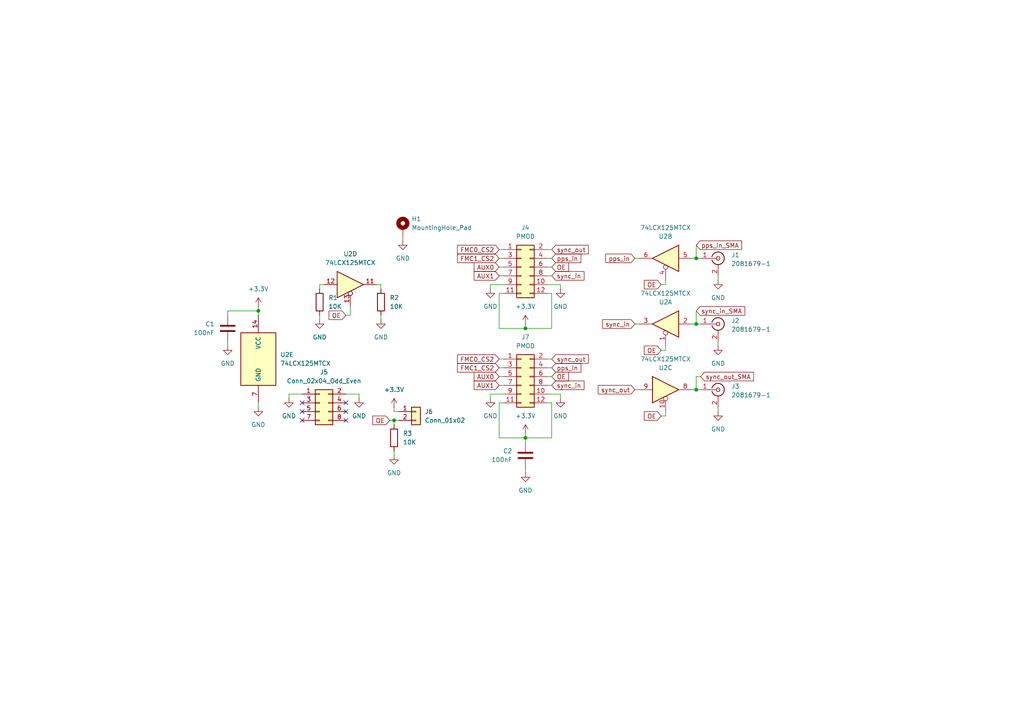
<source format=kicad_sch>
(kicad_sch
	(version 20231120)
	(generator "eeschema")
	(generator_version "8.0")
	(uuid "699c8b46-d3b5-42ea-9c5c-68b37e7024bc")
	(paper "A4")
	(lib_symbols
		(symbol "74xx:74LVC125"
			(pin_names
				(offset 1.016)
			)
			(exclude_from_sim no)
			(in_bom yes)
			(on_board yes)
			(property "Reference" "U"
				(at 0 1.27 0)
				(effects
					(font
						(size 1.27 1.27)
					)
				)
			)
			(property "Value" "74LVC125"
				(at 0 -1.27 0)
				(effects
					(font
						(size 1.27 1.27)
					)
				)
			)
			(property "Footprint" ""
				(at 0 0 0)
				(effects
					(font
						(size 1.27 1.27)
					)
					(hide yes)
				)
			)
			(property "Datasheet" "http://www.ti.com/lit/gpn/sn74LVC125"
				(at 0 0 0)
				(effects
					(font
						(size 1.27 1.27)
					)
					(hide yes)
				)
			)
			(property "Description" "Quad buffer 3-State outputs"
				(at 0 0 0)
				(effects
					(font
						(size 1.27 1.27)
					)
					(hide yes)
				)
			)
			(property "ki_locked" ""
				(at 0 0 0)
				(effects
					(font
						(size 1.27 1.27)
					)
				)
			)
			(property "ki_keywords" "TTL buffer 3State"
				(at 0 0 0)
				(effects
					(font
						(size 1.27 1.27)
					)
					(hide yes)
				)
			)
			(property "ki_fp_filters" "DIP*W7.62mm*"
				(at 0 0 0)
				(effects
					(font
						(size 1.27 1.27)
					)
					(hide yes)
				)
			)
			(symbol "74LVC125_1_0"
				(polyline
					(pts
						(xy -3.81 3.81) (xy -3.81 -3.81) (xy 3.81 0) (xy -3.81 3.81)
					)
					(stroke
						(width 0.254)
						(type default)
					)
					(fill
						(type background)
					)
				)
				(pin input inverted
					(at 0 -6.35 90)
					(length 4.445)
					(name "~"
						(effects
							(font
								(size 1.27 1.27)
							)
						)
					)
					(number "1"
						(effects
							(font
								(size 1.27 1.27)
							)
						)
					)
				)
				(pin input line
					(at -7.62 0 0)
					(length 3.81)
					(name "~"
						(effects
							(font
								(size 1.27 1.27)
							)
						)
					)
					(number "2"
						(effects
							(font
								(size 1.27 1.27)
							)
						)
					)
				)
				(pin tri_state line
					(at 7.62 0 180)
					(length 3.81)
					(name "~"
						(effects
							(font
								(size 1.27 1.27)
							)
						)
					)
					(number "3"
						(effects
							(font
								(size 1.27 1.27)
							)
						)
					)
				)
			)
			(symbol "74LVC125_2_0"
				(polyline
					(pts
						(xy -3.81 3.81) (xy -3.81 -3.81) (xy 3.81 0) (xy -3.81 3.81)
					)
					(stroke
						(width 0.254)
						(type default)
					)
					(fill
						(type background)
					)
				)
				(pin input inverted
					(at 0 -6.35 90)
					(length 4.445)
					(name "~"
						(effects
							(font
								(size 1.27 1.27)
							)
						)
					)
					(number "4"
						(effects
							(font
								(size 1.27 1.27)
							)
						)
					)
				)
				(pin input line
					(at -7.62 0 0)
					(length 3.81)
					(name "~"
						(effects
							(font
								(size 1.27 1.27)
							)
						)
					)
					(number "5"
						(effects
							(font
								(size 1.27 1.27)
							)
						)
					)
				)
				(pin tri_state line
					(at 7.62 0 180)
					(length 3.81)
					(name "~"
						(effects
							(font
								(size 1.27 1.27)
							)
						)
					)
					(number "6"
						(effects
							(font
								(size 1.27 1.27)
							)
						)
					)
				)
			)
			(symbol "74LVC125_3_0"
				(polyline
					(pts
						(xy -3.81 3.81) (xy -3.81 -3.81) (xy 3.81 0) (xy -3.81 3.81)
					)
					(stroke
						(width 0.254)
						(type default)
					)
					(fill
						(type background)
					)
				)
				(pin input inverted
					(at 0 -6.35 90)
					(length 4.445)
					(name "~"
						(effects
							(font
								(size 1.27 1.27)
							)
						)
					)
					(number "10"
						(effects
							(font
								(size 1.27 1.27)
							)
						)
					)
				)
				(pin tri_state line
					(at 7.62 0 180)
					(length 3.81)
					(name "~"
						(effects
							(font
								(size 1.27 1.27)
							)
						)
					)
					(number "8"
						(effects
							(font
								(size 1.27 1.27)
							)
						)
					)
				)
				(pin input line
					(at -7.62 0 0)
					(length 3.81)
					(name "~"
						(effects
							(font
								(size 1.27 1.27)
							)
						)
					)
					(number "9"
						(effects
							(font
								(size 1.27 1.27)
							)
						)
					)
				)
			)
			(symbol "74LVC125_4_0"
				(polyline
					(pts
						(xy -3.81 3.81) (xy -3.81 -3.81) (xy 3.81 0) (xy -3.81 3.81)
					)
					(stroke
						(width 0.254)
						(type default)
					)
					(fill
						(type background)
					)
				)
				(pin tri_state line
					(at 7.62 0 180)
					(length 3.81)
					(name "~"
						(effects
							(font
								(size 1.27 1.27)
							)
						)
					)
					(number "11"
						(effects
							(font
								(size 1.27 1.27)
							)
						)
					)
				)
				(pin input line
					(at -7.62 0 0)
					(length 3.81)
					(name "~"
						(effects
							(font
								(size 1.27 1.27)
							)
						)
					)
					(number "12"
						(effects
							(font
								(size 1.27 1.27)
							)
						)
					)
				)
				(pin input inverted
					(at 0 -6.35 90)
					(length 4.445)
					(name "~"
						(effects
							(font
								(size 1.27 1.27)
							)
						)
					)
					(number "13"
						(effects
							(font
								(size 1.27 1.27)
							)
						)
					)
				)
			)
			(symbol "74LVC125_5_0"
				(pin power_in line
					(at 0 12.7 270)
					(length 5.08)
					(name "VCC"
						(effects
							(font
								(size 1.27 1.27)
							)
						)
					)
					(number "14"
						(effects
							(font
								(size 1.27 1.27)
							)
						)
					)
				)
				(pin power_in line
					(at 0 -12.7 90)
					(length 5.08)
					(name "GND"
						(effects
							(font
								(size 1.27 1.27)
							)
						)
					)
					(number "7"
						(effects
							(font
								(size 1.27 1.27)
							)
						)
					)
				)
			)
			(symbol "74LVC125_5_1"
				(rectangle
					(start -5.08 7.62)
					(end 5.08 -7.62)
					(stroke
						(width 0.254)
						(type default)
					)
					(fill
						(type background)
					)
				)
			)
		)
		(symbol "Connector:Conn_Coaxial"
			(pin_names
				(offset 1.016) hide)
			(exclude_from_sim no)
			(in_bom yes)
			(on_board yes)
			(property "Reference" "J"
				(at 0.254 3.048 0)
				(effects
					(font
						(size 1.27 1.27)
					)
				)
			)
			(property "Value" "Conn_Coaxial"
				(at 2.921 0 90)
				(effects
					(font
						(size 1.27 1.27)
					)
				)
			)
			(property "Footprint" ""
				(at 0 0 0)
				(effects
					(font
						(size 1.27 1.27)
					)
					(hide yes)
				)
			)
			(property "Datasheet" "~"
				(at 0 0 0)
				(effects
					(font
						(size 1.27 1.27)
					)
					(hide yes)
				)
			)
			(property "Description" "coaxial connector (BNC, SMA, SMB, SMC, Cinch/RCA, LEMO, ...)"
				(at 0 0 0)
				(effects
					(font
						(size 1.27 1.27)
					)
					(hide yes)
				)
			)
			(property "ki_keywords" "BNC SMA SMB SMC LEMO coaxial connector CINCH RCA MCX MMCX U.FL UMRF"
				(at 0 0 0)
				(effects
					(font
						(size 1.27 1.27)
					)
					(hide yes)
				)
			)
			(property "ki_fp_filters" "*BNC* *SMA* *SMB* *SMC* *Cinch* *LEMO* *UMRF* *MCX* *U.FL*"
				(at 0 0 0)
				(effects
					(font
						(size 1.27 1.27)
					)
					(hide yes)
				)
			)
			(symbol "Conn_Coaxial_0_1"
				(arc
					(start -1.778 -0.508)
					(mid 0.2311 -1.8066)
					(end 1.778 0)
					(stroke
						(width 0.254)
						(type default)
					)
					(fill
						(type none)
					)
				)
				(polyline
					(pts
						(xy -2.54 0) (xy -0.508 0)
					)
					(stroke
						(width 0)
						(type default)
					)
					(fill
						(type none)
					)
				)
				(polyline
					(pts
						(xy 0 -2.54) (xy 0 -1.778)
					)
					(stroke
						(width 0)
						(type default)
					)
					(fill
						(type none)
					)
				)
				(circle
					(center 0 0)
					(radius 0.508)
					(stroke
						(width 0.2032)
						(type default)
					)
					(fill
						(type none)
					)
				)
				(arc
					(start 1.778 0)
					(mid 0.2099 1.8101)
					(end -1.778 0.508)
					(stroke
						(width 0.254)
						(type default)
					)
					(fill
						(type none)
					)
				)
			)
			(symbol "Conn_Coaxial_1_1"
				(pin passive line
					(at -5.08 0 0)
					(length 2.54)
					(name "In"
						(effects
							(font
								(size 1.27 1.27)
							)
						)
					)
					(number "1"
						(effects
							(font
								(size 1.27 1.27)
							)
						)
					)
				)
				(pin passive line
					(at 0 -5.08 90)
					(length 2.54)
					(name "Ext"
						(effects
							(font
								(size 1.27 1.27)
							)
						)
					)
					(number "2"
						(effects
							(font
								(size 1.27 1.27)
							)
						)
					)
				)
			)
		)
		(symbol "Connector_Generic:Conn_01x02"
			(pin_names
				(offset 1.016) hide)
			(exclude_from_sim no)
			(in_bom yes)
			(on_board yes)
			(property "Reference" "J"
				(at 0 2.54 0)
				(effects
					(font
						(size 1.27 1.27)
					)
				)
			)
			(property "Value" "Conn_01x02"
				(at 0 -5.08 0)
				(effects
					(font
						(size 1.27 1.27)
					)
				)
			)
			(property "Footprint" ""
				(at 0 0 0)
				(effects
					(font
						(size 1.27 1.27)
					)
					(hide yes)
				)
			)
			(property "Datasheet" "~"
				(at 0 0 0)
				(effects
					(font
						(size 1.27 1.27)
					)
					(hide yes)
				)
			)
			(property "Description" "Generic connector, single row, 01x02, script generated (kicad-library-utils/schlib/autogen/connector/)"
				(at 0 0 0)
				(effects
					(font
						(size 1.27 1.27)
					)
					(hide yes)
				)
			)
			(property "ki_keywords" "connector"
				(at 0 0 0)
				(effects
					(font
						(size 1.27 1.27)
					)
					(hide yes)
				)
			)
			(property "ki_fp_filters" "Connector*:*_1x??_*"
				(at 0 0 0)
				(effects
					(font
						(size 1.27 1.27)
					)
					(hide yes)
				)
			)
			(symbol "Conn_01x02_1_1"
				(rectangle
					(start -1.27 -2.413)
					(end 0 -2.667)
					(stroke
						(width 0.1524)
						(type default)
					)
					(fill
						(type none)
					)
				)
				(rectangle
					(start -1.27 0.127)
					(end 0 -0.127)
					(stroke
						(width 0.1524)
						(type default)
					)
					(fill
						(type none)
					)
				)
				(rectangle
					(start -1.27 1.27)
					(end 1.27 -3.81)
					(stroke
						(width 0.254)
						(type default)
					)
					(fill
						(type background)
					)
				)
				(pin passive line
					(at -5.08 0 0)
					(length 3.81)
					(name "Pin_1"
						(effects
							(font
								(size 1.27 1.27)
							)
						)
					)
					(number "1"
						(effects
							(font
								(size 1.27 1.27)
							)
						)
					)
				)
				(pin passive line
					(at -5.08 -2.54 0)
					(length 3.81)
					(name "Pin_2"
						(effects
							(font
								(size 1.27 1.27)
							)
						)
					)
					(number "2"
						(effects
							(font
								(size 1.27 1.27)
							)
						)
					)
				)
			)
		)
		(symbol "Connector_Generic:Conn_02x04_Odd_Even"
			(pin_names
				(offset 1.016) hide)
			(exclude_from_sim no)
			(in_bom yes)
			(on_board yes)
			(property "Reference" "J"
				(at 1.27 5.08 0)
				(effects
					(font
						(size 1.27 1.27)
					)
				)
			)
			(property "Value" "Conn_02x04_Odd_Even"
				(at 1.27 -7.62 0)
				(effects
					(font
						(size 1.27 1.27)
					)
				)
			)
			(property "Footprint" ""
				(at 0 0 0)
				(effects
					(font
						(size 1.27 1.27)
					)
					(hide yes)
				)
			)
			(property "Datasheet" "~"
				(at 0 0 0)
				(effects
					(font
						(size 1.27 1.27)
					)
					(hide yes)
				)
			)
			(property "Description" "Generic connector, double row, 02x04, odd/even pin numbering scheme (row 1 odd numbers, row 2 even numbers), script generated (kicad-library-utils/schlib/autogen/connector/)"
				(at 0 0 0)
				(effects
					(font
						(size 1.27 1.27)
					)
					(hide yes)
				)
			)
			(property "ki_keywords" "connector"
				(at 0 0 0)
				(effects
					(font
						(size 1.27 1.27)
					)
					(hide yes)
				)
			)
			(property "ki_fp_filters" "Connector*:*_2x??_*"
				(at 0 0 0)
				(effects
					(font
						(size 1.27 1.27)
					)
					(hide yes)
				)
			)
			(symbol "Conn_02x04_Odd_Even_1_1"
				(rectangle
					(start -1.27 -4.953)
					(end 0 -5.207)
					(stroke
						(width 0.1524)
						(type default)
					)
					(fill
						(type none)
					)
				)
				(rectangle
					(start -1.27 -2.413)
					(end 0 -2.667)
					(stroke
						(width 0.1524)
						(type default)
					)
					(fill
						(type none)
					)
				)
				(rectangle
					(start -1.27 0.127)
					(end 0 -0.127)
					(stroke
						(width 0.1524)
						(type default)
					)
					(fill
						(type none)
					)
				)
				(rectangle
					(start -1.27 2.667)
					(end 0 2.413)
					(stroke
						(width 0.1524)
						(type default)
					)
					(fill
						(type none)
					)
				)
				(rectangle
					(start -1.27 3.81)
					(end 3.81 -6.35)
					(stroke
						(width 0.254)
						(type default)
					)
					(fill
						(type background)
					)
				)
				(rectangle
					(start 3.81 -4.953)
					(end 2.54 -5.207)
					(stroke
						(width 0.1524)
						(type default)
					)
					(fill
						(type none)
					)
				)
				(rectangle
					(start 3.81 -2.413)
					(end 2.54 -2.667)
					(stroke
						(width 0.1524)
						(type default)
					)
					(fill
						(type none)
					)
				)
				(rectangle
					(start 3.81 0.127)
					(end 2.54 -0.127)
					(stroke
						(width 0.1524)
						(type default)
					)
					(fill
						(type none)
					)
				)
				(rectangle
					(start 3.81 2.667)
					(end 2.54 2.413)
					(stroke
						(width 0.1524)
						(type default)
					)
					(fill
						(type none)
					)
				)
				(pin passive line
					(at -5.08 2.54 0)
					(length 3.81)
					(name "Pin_1"
						(effects
							(font
								(size 1.27 1.27)
							)
						)
					)
					(number "1"
						(effects
							(font
								(size 1.27 1.27)
							)
						)
					)
				)
				(pin passive line
					(at 7.62 2.54 180)
					(length 3.81)
					(name "Pin_2"
						(effects
							(font
								(size 1.27 1.27)
							)
						)
					)
					(number "2"
						(effects
							(font
								(size 1.27 1.27)
							)
						)
					)
				)
				(pin passive line
					(at -5.08 0 0)
					(length 3.81)
					(name "Pin_3"
						(effects
							(font
								(size 1.27 1.27)
							)
						)
					)
					(number "3"
						(effects
							(font
								(size 1.27 1.27)
							)
						)
					)
				)
				(pin passive line
					(at 7.62 0 180)
					(length 3.81)
					(name "Pin_4"
						(effects
							(font
								(size 1.27 1.27)
							)
						)
					)
					(number "4"
						(effects
							(font
								(size 1.27 1.27)
							)
						)
					)
				)
				(pin passive line
					(at -5.08 -2.54 0)
					(length 3.81)
					(name "Pin_5"
						(effects
							(font
								(size 1.27 1.27)
							)
						)
					)
					(number "5"
						(effects
							(font
								(size 1.27 1.27)
							)
						)
					)
				)
				(pin passive line
					(at 7.62 -2.54 180)
					(length 3.81)
					(name "Pin_6"
						(effects
							(font
								(size 1.27 1.27)
							)
						)
					)
					(number "6"
						(effects
							(font
								(size 1.27 1.27)
							)
						)
					)
				)
				(pin passive line
					(at -5.08 -5.08 0)
					(length 3.81)
					(name "Pin_7"
						(effects
							(font
								(size 1.27 1.27)
							)
						)
					)
					(number "7"
						(effects
							(font
								(size 1.27 1.27)
							)
						)
					)
				)
				(pin passive line
					(at 7.62 -5.08 180)
					(length 3.81)
					(name "Pin_8"
						(effects
							(font
								(size 1.27 1.27)
							)
						)
					)
					(number "8"
						(effects
							(font
								(size 1.27 1.27)
							)
						)
					)
				)
			)
		)
		(symbol "Connector_Generic:Conn_02x06_Odd_Even"
			(pin_names
				(offset 1.016) hide)
			(exclude_from_sim no)
			(in_bom yes)
			(on_board yes)
			(property "Reference" "J"
				(at 1.27 7.62 0)
				(effects
					(font
						(size 1.27 1.27)
					)
				)
			)
			(property "Value" "Conn_02x06_Odd_Even"
				(at 1.27 -10.16 0)
				(effects
					(font
						(size 1.27 1.27)
					)
				)
			)
			(property "Footprint" ""
				(at 0 0 0)
				(effects
					(font
						(size 1.27 1.27)
					)
					(hide yes)
				)
			)
			(property "Datasheet" "~"
				(at 0 0 0)
				(effects
					(font
						(size 1.27 1.27)
					)
					(hide yes)
				)
			)
			(property "Description" "Generic connector, double row, 02x06, odd/even pin numbering scheme (row 1 odd numbers, row 2 even numbers), script generated (kicad-library-utils/schlib/autogen/connector/)"
				(at 0 0 0)
				(effects
					(font
						(size 1.27 1.27)
					)
					(hide yes)
				)
			)
			(property "ki_keywords" "connector"
				(at 0 0 0)
				(effects
					(font
						(size 1.27 1.27)
					)
					(hide yes)
				)
			)
			(property "ki_fp_filters" "Connector*:*_2x??_*"
				(at 0 0 0)
				(effects
					(font
						(size 1.27 1.27)
					)
					(hide yes)
				)
			)
			(symbol "Conn_02x06_Odd_Even_1_1"
				(rectangle
					(start -1.27 -7.493)
					(end 0 -7.747)
					(stroke
						(width 0.1524)
						(type default)
					)
					(fill
						(type none)
					)
				)
				(rectangle
					(start -1.27 -4.953)
					(end 0 -5.207)
					(stroke
						(width 0.1524)
						(type default)
					)
					(fill
						(type none)
					)
				)
				(rectangle
					(start -1.27 -2.413)
					(end 0 -2.667)
					(stroke
						(width 0.1524)
						(type default)
					)
					(fill
						(type none)
					)
				)
				(rectangle
					(start -1.27 0.127)
					(end 0 -0.127)
					(stroke
						(width 0.1524)
						(type default)
					)
					(fill
						(type none)
					)
				)
				(rectangle
					(start -1.27 2.667)
					(end 0 2.413)
					(stroke
						(width 0.1524)
						(type default)
					)
					(fill
						(type none)
					)
				)
				(rectangle
					(start -1.27 5.207)
					(end 0 4.953)
					(stroke
						(width 0.1524)
						(type default)
					)
					(fill
						(type none)
					)
				)
				(rectangle
					(start -1.27 6.35)
					(end 3.81 -8.89)
					(stroke
						(width 0.254)
						(type default)
					)
					(fill
						(type background)
					)
				)
				(rectangle
					(start 3.81 -7.493)
					(end 2.54 -7.747)
					(stroke
						(width 0.1524)
						(type default)
					)
					(fill
						(type none)
					)
				)
				(rectangle
					(start 3.81 -4.953)
					(end 2.54 -5.207)
					(stroke
						(width 0.1524)
						(type default)
					)
					(fill
						(type none)
					)
				)
				(rectangle
					(start 3.81 -2.413)
					(end 2.54 -2.667)
					(stroke
						(width 0.1524)
						(type default)
					)
					(fill
						(type none)
					)
				)
				(rectangle
					(start 3.81 0.127)
					(end 2.54 -0.127)
					(stroke
						(width 0.1524)
						(type default)
					)
					(fill
						(type none)
					)
				)
				(rectangle
					(start 3.81 2.667)
					(end 2.54 2.413)
					(stroke
						(width 0.1524)
						(type default)
					)
					(fill
						(type none)
					)
				)
				(rectangle
					(start 3.81 5.207)
					(end 2.54 4.953)
					(stroke
						(width 0.1524)
						(type default)
					)
					(fill
						(type none)
					)
				)
				(pin passive line
					(at -5.08 5.08 0)
					(length 3.81)
					(name "Pin_1"
						(effects
							(font
								(size 1.27 1.27)
							)
						)
					)
					(number "1"
						(effects
							(font
								(size 1.27 1.27)
							)
						)
					)
				)
				(pin passive line
					(at 7.62 -5.08 180)
					(length 3.81)
					(name "Pin_10"
						(effects
							(font
								(size 1.27 1.27)
							)
						)
					)
					(number "10"
						(effects
							(font
								(size 1.27 1.27)
							)
						)
					)
				)
				(pin passive line
					(at -5.08 -7.62 0)
					(length 3.81)
					(name "Pin_11"
						(effects
							(font
								(size 1.27 1.27)
							)
						)
					)
					(number "11"
						(effects
							(font
								(size 1.27 1.27)
							)
						)
					)
				)
				(pin passive line
					(at 7.62 -7.62 180)
					(length 3.81)
					(name "Pin_12"
						(effects
							(font
								(size 1.27 1.27)
							)
						)
					)
					(number "12"
						(effects
							(font
								(size 1.27 1.27)
							)
						)
					)
				)
				(pin passive line
					(at 7.62 5.08 180)
					(length 3.81)
					(name "Pin_2"
						(effects
							(font
								(size 1.27 1.27)
							)
						)
					)
					(number "2"
						(effects
							(font
								(size 1.27 1.27)
							)
						)
					)
				)
				(pin passive line
					(at -5.08 2.54 0)
					(length 3.81)
					(name "Pin_3"
						(effects
							(font
								(size 1.27 1.27)
							)
						)
					)
					(number "3"
						(effects
							(font
								(size 1.27 1.27)
							)
						)
					)
				)
				(pin passive line
					(at 7.62 2.54 180)
					(length 3.81)
					(name "Pin_4"
						(effects
							(font
								(size 1.27 1.27)
							)
						)
					)
					(number "4"
						(effects
							(font
								(size 1.27 1.27)
							)
						)
					)
				)
				(pin passive line
					(at -5.08 0 0)
					(length 3.81)
					(name "Pin_5"
						(effects
							(font
								(size 1.27 1.27)
							)
						)
					)
					(number "5"
						(effects
							(font
								(size 1.27 1.27)
							)
						)
					)
				)
				(pin passive line
					(at 7.62 0 180)
					(length 3.81)
					(name "Pin_6"
						(effects
							(font
								(size 1.27 1.27)
							)
						)
					)
					(number "6"
						(effects
							(font
								(size 1.27 1.27)
							)
						)
					)
				)
				(pin passive line
					(at -5.08 -2.54 0)
					(length 3.81)
					(name "Pin_7"
						(effects
							(font
								(size 1.27 1.27)
							)
						)
					)
					(number "7"
						(effects
							(font
								(size 1.27 1.27)
							)
						)
					)
				)
				(pin passive line
					(at 7.62 -2.54 180)
					(length 3.81)
					(name "Pin_8"
						(effects
							(font
								(size 1.27 1.27)
							)
						)
					)
					(number "8"
						(effects
							(font
								(size 1.27 1.27)
							)
						)
					)
				)
				(pin passive line
					(at -5.08 -5.08 0)
					(length 3.81)
					(name "Pin_9"
						(effects
							(font
								(size 1.27 1.27)
							)
						)
					)
					(number "9"
						(effects
							(font
								(size 1.27 1.27)
							)
						)
					)
				)
			)
		)
		(symbol "Device:C"
			(pin_numbers hide)
			(pin_names
				(offset 0.254)
			)
			(exclude_from_sim no)
			(in_bom yes)
			(on_board yes)
			(property "Reference" "C"
				(at 0.635 2.54 0)
				(effects
					(font
						(size 1.27 1.27)
					)
					(justify left)
				)
			)
			(property "Value" "C"
				(at 0.635 -2.54 0)
				(effects
					(font
						(size 1.27 1.27)
					)
					(justify left)
				)
			)
			(property "Footprint" ""
				(at 0.9652 -3.81 0)
				(effects
					(font
						(size 1.27 1.27)
					)
					(hide yes)
				)
			)
			(property "Datasheet" "~"
				(at 0 0 0)
				(effects
					(font
						(size 1.27 1.27)
					)
					(hide yes)
				)
			)
			(property "Description" "Unpolarized capacitor"
				(at 0 0 0)
				(effects
					(font
						(size 1.27 1.27)
					)
					(hide yes)
				)
			)
			(property "ki_keywords" "cap capacitor"
				(at 0 0 0)
				(effects
					(font
						(size 1.27 1.27)
					)
					(hide yes)
				)
			)
			(property "ki_fp_filters" "C_*"
				(at 0 0 0)
				(effects
					(font
						(size 1.27 1.27)
					)
					(hide yes)
				)
			)
			(symbol "C_0_1"
				(polyline
					(pts
						(xy -2.032 -0.762) (xy 2.032 -0.762)
					)
					(stroke
						(width 0.508)
						(type default)
					)
					(fill
						(type none)
					)
				)
				(polyline
					(pts
						(xy -2.032 0.762) (xy 2.032 0.762)
					)
					(stroke
						(width 0.508)
						(type default)
					)
					(fill
						(type none)
					)
				)
			)
			(symbol "C_1_1"
				(pin passive line
					(at 0 3.81 270)
					(length 2.794)
					(name "~"
						(effects
							(font
								(size 1.27 1.27)
							)
						)
					)
					(number "1"
						(effects
							(font
								(size 1.27 1.27)
							)
						)
					)
				)
				(pin passive line
					(at 0 -3.81 90)
					(length 2.794)
					(name "~"
						(effects
							(font
								(size 1.27 1.27)
							)
						)
					)
					(number "2"
						(effects
							(font
								(size 1.27 1.27)
							)
						)
					)
				)
			)
		)
		(symbol "Device:R"
			(pin_numbers hide)
			(pin_names
				(offset 0)
			)
			(exclude_from_sim no)
			(in_bom yes)
			(on_board yes)
			(property "Reference" "R"
				(at 2.032 0 90)
				(effects
					(font
						(size 1.27 1.27)
					)
				)
			)
			(property "Value" "R"
				(at 0 0 90)
				(effects
					(font
						(size 1.27 1.27)
					)
				)
			)
			(property "Footprint" ""
				(at -1.778 0 90)
				(effects
					(font
						(size 1.27 1.27)
					)
					(hide yes)
				)
			)
			(property "Datasheet" "~"
				(at 0 0 0)
				(effects
					(font
						(size 1.27 1.27)
					)
					(hide yes)
				)
			)
			(property "Description" "Resistor"
				(at 0 0 0)
				(effects
					(font
						(size 1.27 1.27)
					)
					(hide yes)
				)
			)
			(property "ki_keywords" "R res resistor"
				(at 0 0 0)
				(effects
					(font
						(size 1.27 1.27)
					)
					(hide yes)
				)
			)
			(property "ki_fp_filters" "R_*"
				(at 0 0 0)
				(effects
					(font
						(size 1.27 1.27)
					)
					(hide yes)
				)
			)
			(symbol "R_0_1"
				(rectangle
					(start -1.016 -2.54)
					(end 1.016 2.54)
					(stroke
						(width 0.254)
						(type default)
					)
					(fill
						(type none)
					)
				)
			)
			(symbol "R_1_1"
				(pin passive line
					(at 0 3.81 270)
					(length 1.27)
					(name "~"
						(effects
							(font
								(size 1.27 1.27)
							)
						)
					)
					(number "1"
						(effects
							(font
								(size 1.27 1.27)
							)
						)
					)
				)
				(pin passive line
					(at 0 -3.81 90)
					(length 1.27)
					(name "~"
						(effects
							(font
								(size 1.27 1.27)
							)
						)
					)
					(number "2"
						(effects
							(font
								(size 1.27 1.27)
							)
						)
					)
				)
			)
		)
		(symbol "Mechanical:MountingHole_Pad"
			(pin_numbers hide)
			(pin_names
				(offset 1.016) hide)
			(exclude_from_sim yes)
			(in_bom no)
			(on_board yes)
			(property "Reference" "H"
				(at 0 6.35 0)
				(effects
					(font
						(size 1.27 1.27)
					)
				)
			)
			(property "Value" "MountingHole_Pad"
				(at 0 4.445 0)
				(effects
					(font
						(size 1.27 1.27)
					)
				)
			)
			(property "Footprint" ""
				(at 0 0 0)
				(effects
					(font
						(size 1.27 1.27)
					)
					(hide yes)
				)
			)
			(property "Datasheet" "~"
				(at 0 0 0)
				(effects
					(font
						(size 1.27 1.27)
					)
					(hide yes)
				)
			)
			(property "Description" "Mounting Hole with connection"
				(at 0 0 0)
				(effects
					(font
						(size 1.27 1.27)
					)
					(hide yes)
				)
			)
			(property "ki_keywords" "mounting hole"
				(at 0 0 0)
				(effects
					(font
						(size 1.27 1.27)
					)
					(hide yes)
				)
			)
			(property "ki_fp_filters" "MountingHole*Pad*"
				(at 0 0 0)
				(effects
					(font
						(size 1.27 1.27)
					)
					(hide yes)
				)
			)
			(symbol "MountingHole_Pad_0_1"
				(circle
					(center 0 1.27)
					(radius 1.27)
					(stroke
						(width 1.27)
						(type default)
					)
					(fill
						(type none)
					)
				)
			)
			(symbol "MountingHole_Pad_1_1"
				(pin input line
					(at 0 -2.54 90)
					(length 2.54)
					(name "1"
						(effects
							(font
								(size 1.27 1.27)
							)
						)
					)
					(number "1"
						(effects
							(font
								(size 1.27 1.27)
							)
						)
					)
				)
			)
		)
		(symbol "power:+3.3V"
			(power)
			(pin_numbers hide)
			(pin_names
				(offset 0) hide)
			(exclude_from_sim no)
			(in_bom yes)
			(on_board yes)
			(property "Reference" "#PWR"
				(at 0 -3.81 0)
				(effects
					(font
						(size 1.27 1.27)
					)
					(hide yes)
				)
			)
			(property "Value" "+3.3V"
				(at 0 3.556 0)
				(effects
					(font
						(size 1.27 1.27)
					)
				)
			)
			(property "Footprint" ""
				(at 0 0 0)
				(effects
					(font
						(size 1.27 1.27)
					)
					(hide yes)
				)
			)
			(property "Datasheet" ""
				(at 0 0 0)
				(effects
					(font
						(size 1.27 1.27)
					)
					(hide yes)
				)
			)
			(property "Description" "Power symbol creates a global label with name \"+3.3V\""
				(at 0 0 0)
				(effects
					(font
						(size 1.27 1.27)
					)
					(hide yes)
				)
			)
			(property "ki_keywords" "global power"
				(at 0 0 0)
				(effects
					(font
						(size 1.27 1.27)
					)
					(hide yes)
				)
			)
			(symbol "+3.3V_0_1"
				(polyline
					(pts
						(xy -0.762 1.27) (xy 0 2.54)
					)
					(stroke
						(width 0)
						(type default)
					)
					(fill
						(type none)
					)
				)
				(polyline
					(pts
						(xy 0 0) (xy 0 2.54)
					)
					(stroke
						(width 0)
						(type default)
					)
					(fill
						(type none)
					)
				)
				(polyline
					(pts
						(xy 0 2.54) (xy 0.762 1.27)
					)
					(stroke
						(width 0)
						(type default)
					)
					(fill
						(type none)
					)
				)
			)
			(symbol "+3.3V_1_1"
				(pin power_in line
					(at 0 0 90)
					(length 0)
					(name "~"
						(effects
							(font
								(size 1.27 1.27)
							)
						)
					)
					(number "1"
						(effects
							(font
								(size 1.27 1.27)
							)
						)
					)
				)
			)
		)
		(symbol "power:GND"
			(power)
			(pin_numbers hide)
			(pin_names
				(offset 0) hide)
			(exclude_from_sim no)
			(in_bom yes)
			(on_board yes)
			(property "Reference" "#PWR"
				(at 0 -6.35 0)
				(effects
					(font
						(size 1.27 1.27)
					)
					(hide yes)
				)
			)
			(property "Value" "GND"
				(at 0 -3.81 0)
				(effects
					(font
						(size 1.27 1.27)
					)
				)
			)
			(property "Footprint" ""
				(at 0 0 0)
				(effects
					(font
						(size 1.27 1.27)
					)
					(hide yes)
				)
			)
			(property "Datasheet" ""
				(at 0 0 0)
				(effects
					(font
						(size 1.27 1.27)
					)
					(hide yes)
				)
			)
			(property "Description" "Power symbol creates a global label with name \"GND\" , ground"
				(at 0 0 0)
				(effects
					(font
						(size 1.27 1.27)
					)
					(hide yes)
				)
			)
			(property "ki_keywords" "global power"
				(at 0 0 0)
				(effects
					(font
						(size 1.27 1.27)
					)
					(hide yes)
				)
			)
			(symbol "GND_0_1"
				(polyline
					(pts
						(xy 0 0) (xy 0 -1.27) (xy 1.27 -1.27) (xy 0 -2.54) (xy -1.27 -1.27) (xy 0 -1.27)
					)
					(stroke
						(width 0)
						(type default)
					)
					(fill
						(type none)
					)
				)
			)
			(symbol "GND_1_1"
				(pin power_in line
					(at 0 0 270)
					(length 0)
					(name "~"
						(effects
							(font
								(size 1.27 1.27)
							)
						)
					)
					(number "1"
						(effects
							(font
								(size 1.27 1.27)
							)
						)
					)
				)
			)
		)
	)
	(junction
		(at 201.93 74.93)
		(diameter 0)
		(color 0 0 0 0)
		(uuid "24f475ce-9c41-45f8-ad11-69565e411d35")
	)
	(junction
		(at 74.93 90.17)
		(diameter 0)
		(color 0 0 0 0)
		(uuid "6ed321bc-0d18-4180-8aca-03e7a2765007")
	)
	(junction
		(at 201.93 93.98)
		(diameter 0)
		(color 0 0 0 0)
		(uuid "745f0d1a-32c6-423a-80ab-c0091aafc510")
	)
	(junction
		(at 201.93 113.03)
		(diameter 0)
		(color 0 0 0 0)
		(uuid "88ec7a92-2ac3-47ae-82bf-2227c2fa7531")
	)
	(junction
		(at 152.4 127)
		(diameter 0)
		(color 0 0 0 0)
		(uuid "c26a1cbe-9a5e-4d75-8206-3fc00d43a143")
	)
	(junction
		(at 152.4 95.25)
		(diameter 0)
		(color 0 0 0 0)
		(uuid "dbc592a8-1835-45ba-bf3d-3a038ebcdd4f")
	)
	(junction
		(at 114.3 121.92)
		(diameter 0)
		(color 0 0 0 0)
		(uuid "ea366ed9-40f2-4c69-a386-8e5d0c3965fd")
	)
	(no_connect
		(at 87.63 116.84)
		(uuid "18a7018a-fec0-47b4-ae64-561fc3d7f99d")
	)
	(no_connect
		(at 100.33 116.84)
		(uuid "2d1a513b-c3a7-4331-82e4-ccadabd2d1e2")
	)
	(no_connect
		(at 100.33 119.38)
		(uuid "379f4310-6364-45b3-a31e-18c678e28140")
	)
	(no_connect
		(at 100.33 121.92)
		(uuid "39099583-48bd-42e3-9d56-ca8021c812af")
	)
	(no_connect
		(at 87.63 121.92)
		(uuid "63245540-0918-4e07-a57d-930ba350732c")
	)
	(no_connect
		(at 87.63 119.38)
		(uuid "78e5c1a1-8790-40cf-a3ad-3fd4fb4eff39")
	)
	(wire
		(pts
			(xy 152.4 125.73) (xy 152.4 127)
		)
		(stroke
			(width 0)
			(type default)
		)
		(uuid "00435b23-f3e5-40a3-b204-ea53f3ac8ce9")
	)
	(wire
		(pts
			(xy 83.82 114.3) (xy 87.63 114.3)
		)
		(stroke
			(width 0)
			(type default)
		)
		(uuid "0139036a-a1e2-4df6-9133-089234afa9c2")
	)
	(wire
		(pts
			(xy 193.04 82.55) (xy 193.04 81.28)
		)
		(stroke
			(width 0)
			(type default)
		)
		(uuid "04605b6a-1675-439d-9079-e6c454d6abef")
	)
	(wire
		(pts
			(xy 160.02 116.84) (xy 160.02 127)
		)
		(stroke
			(width 0)
			(type default)
		)
		(uuid "0a87ae4d-ee47-4f0a-a0c9-9e81b7ab5ddc")
	)
	(wire
		(pts
			(xy 92.71 82.55) (xy 92.71 83.82)
		)
		(stroke
			(width 0)
			(type default)
		)
		(uuid "12d88ec1-21be-40ac-8ccb-437ff1891ebf")
	)
	(wire
		(pts
			(xy 144.78 109.22) (xy 146.05 109.22)
		)
		(stroke
			(width 0)
			(type default)
		)
		(uuid "15d87baf-f283-41cc-b25d-c1d77aceea72")
	)
	(wire
		(pts
			(xy 113.03 121.92) (xy 114.3 121.92)
		)
		(stroke
			(width 0)
			(type default)
		)
		(uuid "16940e0f-4c5a-4d5f-95d3-9ccb75699cb8")
	)
	(wire
		(pts
			(xy 162.56 83.82) (xy 162.56 82.55)
		)
		(stroke
			(width 0)
			(type default)
		)
		(uuid "17acb4c4-4fc7-47fb-9502-cbacde9d839b")
	)
	(wire
		(pts
			(xy 160.02 95.25) (xy 160.02 85.09)
		)
		(stroke
			(width 0)
			(type default)
		)
		(uuid "185e8865-bdd0-4e02-8fc9-d2b44afd1ebe")
	)
	(wire
		(pts
			(xy 158.75 114.3) (xy 162.56 114.3)
		)
		(stroke
			(width 0)
			(type default)
		)
		(uuid "1d879905-d762-44ce-9285-842950107ac2")
	)
	(wire
		(pts
			(xy 144.78 77.47) (xy 146.05 77.47)
		)
		(stroke
			(width 0)
			(type default)
		)
		(uuid "1d95b3da-ab5d-410d-b1c8-b290730ad01b")
	)
	(wire
		(pts
			(xy 200.66 74.93) (xy 201.93 74.93)
		)
		(stroke
			(width 0)
			(type default)
		)
		(uuid "1faf495d-ce49-4069-bd2d-7f40ef904db3")
	)
	(wire
		(pts
			(xy 66.04 99.06) (xy 66.04 100.33)
		)
		(stroke
			(width 0)
			(type default)
		)
		(uuid "2271dbd8-1de9-4628-9ce1-e927572adf9d")
	)
	(wire
		(pts
			(xy 160.02 111.76) (xy 158.75 111.76)
		)
		(stroke
			(width 0)
			(type default)
		)
		(uuid "246cbc60-44c1-483e-80ba-0ec9c8212626")
	)
	(wire
		(pts
			(xy 144.78 74.93) (xy 146.05 74.93)
		)
		(stroke
			(width 0)
			(type default)
		)
		(uuid "2693898e-39eb-418d-ba67-b6db6ca70673")
	)
	(wire
		(pts
			(xy 160.02 109.22) (xy 158.75 109.22)
		)
		(stroke
			(width 0)
			(type default)
		)
		(uuid "29840b92-6d59-46fc-b88c-310352667287")
	)
	(wire
		(pts
			(xy 115.57 119.38) (xy 114.3 119.38)
		)
		(stroke
			(width 0)
			(type default)
		)
		(uuid "319021b7-2c70-4c90-88dd-839558ddbb53")
	)
	(wire
		(pts
			(xy 162.56 82.55) (xy 158.75 82.55)
		)
		(stroke
			(width 0)
			(type default)
		)
		(uuid "33721881-4560-4bfe-99c8-cf0063a271e3")
	)
	(wire
		(pts
			(xy 184.15 93.98) (xy 185.42 93.98)
		)
		(stroke
			(width 0)
			(type default)
		)
		(uuid "33d83d87-f5c8-4ee3-a1e9-877eeae4706d")
	)
	(wire
		(pts
			(xy 66.04 91.44) (xy 66.04 90.17)
		)
		(stroke
			(width 0)
			(type default)
		)
		(uuid "346b847c-55c4-4d8d-82ee-9f8d6cc71f5a")
	)
	(wire
		(pts
			(xy 144.78 80.01) (xy 146.05 80.01)
		)
		(stroke
			(width 0)
			(type default)
		)
		(uuid "36eaea07-59c4-4bf4-95bc-d1af81f544c6")
	)
	(wire
		(pts
			(xy 193.04 101.6) (xy 193.04 100.33)
		)
		(stroke
			(width 0)
			(type default)
		)
		(uuid "3b9063b1-2e3b-4d0b-93fb-0c414d3ddbbd")
	)
	(wire
		(pts
			(xy 184.15 113.03) (xy 185.42 113.03)
		)
		(stroke
			(width 0)
			(type default)
		)
		(uuid "3bdcd9b9-1e68-4822-b185-1a6ec3237392")
	)
	(wire
		(pts
			(xy 201.93 109.22) (xy 201.93 113.03)
		)
		(stroke
			(width 0)
			(type default)
		)
		(uuid "3ef2afd2-c9a0-459f-aa2e-0d260e4e75af")
	)
	(wire
		(pts
			(xy 158.75 116.84) (xy 160.02 116.84)
		)
		(stroke
			(width 0)
			(type default)
		)
		(uuid "446127a8-c00e-4e10-b066-c255562c7261")
	)
	(wire
		(pts
			(xy 74.93 90.17) (xy 74.93 91.44)
		)
		(stroke
			(width 0)
			(type default)
		)
		(uuid "44eecd00-96d3-4b3c-8da7-538e3b3a8cd9")
	)
	(wire
		(pts
			(xy 160.02 77.47) (xy 158.75 77.47)
		)
		(stroke
			(width 0)
			(type default)
		)
		(uuid "4736f641-4cd5-4d08-bba9-94bd7e619c30")
	)
	(wire
		(pts
			(xy 152.4 137.16) (xy 152.4 135.89)
		)
		(stroke
			(width 0)
			(type default)
		)
		(uuid "48a16b81-c0f4-4881-bb20-f332715bd40f")
	)
	(wire
		(pts
			(xy 208.28 81.28) (xy 208.28 80.01)
		)
		(stroke
			(width 0)
			(type default)
		)
		(uuid "4acb7694-5a11-48ac-b1dd-803ba22885c6")
	)
	(wire
		(pts
			(xy 201.93 90.17) (xy 201.93 93.98)
		)
		(stroke
			(width 0)
			(type default)
		)
		(uuid "50d1db6f-c0f8-4ee8-982d-e141eee56abc")
	)
	(wire
		(pts
			(xy 110.49 83.82) (xy 110.49 82.55)
		)
		(stroke
			(width 0)
			(type default)
		)
		(uuid "58a9cfb6-e329-4eb1-b6fd-46c1f5e88bfa")
	)
	(wire
		(pts
			(xy 142.24 114.3) (xy 142.24 115.57)
		)
		(stroke
			(width 0)
			(type default)
		)
		(uuid "59c0832c-40e8-45fd-9ae0-41c38f35c762")
	)
	(wire
		(pts
			(xy 160.02 74.93) (xy 158.75 74.93)
		)
		(stroke
			(width 0)
			(type default)
		)
		(uuid "6035bd76-6b1c-47f7-995b-a4c9edb2eed1")
	)
	(wire
		(pts
			(xy 146.05 82.55) (xy 142.24 82.55)
		)
		(stroke
			(width 0)
			(type default)
		)
		(uuid "65149da1-935a-4f5f-b0db-895b9d7fc1e8")
	)
	(wire
		(pts
			(xy 144.78 111.76) (xy 146.05 111.76)
		)
		(stroke
			(width 0)
			(type default)
		)
		(uuid "6817705c-f9af-4486-bc2c-d923d8e8d6d6")
	)
	(wire
		(pts
			(xy 201.93 93.98) (xy 203.2 93.98)
		)
		(stroke
			(width 0)
			(type default)
		)
		(uuid "6af52bae-8ca0-434c-937f-0a475f1628f0")
	)
	(wire
		(pts
			(xy 144.78 127) (xy 144.78 116.84)
		)
		(stroke
			(width 0)
			(type default)
		)
		(uuid "6c2620ff-60df-4ebe-9243-fa4a619ea629")
	)
	(wire
		(pts
			(xy 184.15 74.93) (xy 185.42 74.93)
		)
		(stroke
			(width 0)
			(type default)
		)
		(uuid "6d9861c1-b509-49a1-9c6d-ad71b303d743")
	)
	(wire
		(pts
			(xy 100.33 91.44) (xy 101.6 91.44)
		)
		(stroke
			(width 0)
			(type default)
		)
		(uuid "70cd9497-3690-4652-a7ea-88fec0bf622f")
	)
	(wire
		(pts
			(xy 115.57 121.92) (xy 114.3 121.92)
		)
		(stroke
			(width 0)
			(type default)
		)
		(uuid "75ff8ab1-c90c-4ae3-b057-3da10eea5da9")
	)
	(wire
		(pts
			(xy 114.3 132.08) (xy 114.3 130.81)
		)
		(stroke
			(width 0)
			(type default)
		)
		(uuid "7dc94128-d0c6-4568-af45-b912e6a37094")
	)
	(wire
		(pts
			(xy 104.14 115.57) (xy 104.14 114.3)
		)
		(stroke
			(width 0)
			(type default)
		)
		(uuid "80db92a9-f2a8-4df5-8ff6-bc01cf9f867b")
	)
	(wire
		(pts
			(xy 160.02 127) (xy 152.4 127)
		)
		(stroke
			(width 0)
			(type default)
		)
		(uuid "81c8dfe8-aeea-4f2f-9bd5-ee416ce09e43")
	)
	(wire
		(pts
			(xy 160.02 80.01) (xy 158.75 80.01)
		)
		(stroke
			(width 0)
			(type default)
		)
		(uuid "82a311c1-d2e3-47cb-89c9-8d4df49d89b4")
	)
	(wire
		(pts
			(xy 152.4 95.25) (xy 160.02 95.25)
		)
		(stroke
			(width 0)
			(type default)
		)
		(uuid "839f1e66-656b-40af-b0b5-038953794dde")
	)
	(wire
		(pts
			(xy 104.14 114.3) (xy 100.33 114.3)
		)
		(stroke
			(width 0)
			(type default)
		)
		(uuid "85ce8b40-f5ff-495e-9226-33ddf86a0c1b")
	)
	(wire
		(pts
			(xy 201.93 74.93) (xy 203.2 74.93)
		)
		(stroke
			(width 0)
			(type default)
		)
		(uuid "8b07b09b-47e1-47e6-af13-6fecf5c4755c")
	)
	(wire
		(pts
			(xy 93.98 82.55) (xy 92.71 82.55)
		)
		(stroke
			(width 0)
			(type default)
		)
		(uuid "8ca132c0-b871-4aa8-bbe7-f397a20ed974")
	)
	(wire
		(pts
			(xy 144.78 104.14) (xy 146.05 104.14)
		)
		(stroke
			(width 0)
			(type default)
		)
		(uuid "924f22c2-efc2-4e7d-af6d-c8efd4d545a9")
	)
	(wire
		(pts
			(xy 74.93 118.11) (xy 74.93 116.84)
		)
		(stroke
			(width 0)
			(type default)
		)
		(uuid "9b30d023-bc5a-4327-bb92-2df6ef59e2da")
	)
	(wire
		(pts
			(xy 110.49 82.55) (xy 109.22 82.55)
		)
		(stroke
			(width 0)
			(type default)
		)
		(uuid "9c7c9f49-7045-4a4f-a8a4-afddd7b0401f")
	)
	(wire
		(pts
			(xy 160.02 104.14) (xy 158.75 104.14)
		)
		(stroke
			(width 0)
			(type default)
		)
		(uuid "9f2ee9cd-6a68-41be-b959-225915ce337b")
	)
	(wire
		(pts
			(xy 142.24 82.55) (xy 142.24 83.82)
		)
		(stroke
			(width 0)
			(type default)
		)
		(uuid "a37adcfd-4ad4-4394-ac28-490f5eef05d9")
	)
	(wire
		(pts
			(xy 191.77 101.6) (xy 193.04 101.6)
		)
		(stroke
			(width 0)
			(type default)
		)
		(uuid "a3b3d979-c3f4-42b3-9616-0b6bd3312ab8")
	)
	(wire
		(pts
			(xy 160.02 106.68) (xy 158.75 106.68)
		)
		(stroke
			(width 0)
			(type default)
		)
		(uuid "a4e1abb7-207e-467b-9bea-a309ea9cb18b")
	)
	(wire
		(pts
			(xy 160.02 85.09) (xy 158.75 85.09)
		)
		(stroke
			(width 0)
			(type default)
		)
		(uuid "a7671619-13c3-4035-bebc-d58a22261b0d")
	)
	(wire
		(pts
			(xy 191.77 82.55) (xy 193.04 82.55)
		)
		(stroke
			(width 0)
			(type default)
		)
		(uuid "a7efa705-a288-4b5f-8ae2-4c0529f2036d")
	)
	(wire
		(pts
			(xy 191.77 120.65) (xy 193.04 120.65)
		)
		(stroke
			(width 0)
			(type default)
		)
		(uuid "aa57c247-a2d2-4e27-acff-f9fb23affdec")
	)
	(wire
		(pts
			(xy 203.2 113.03) (xy 201.93 113.03)
		)
		(stroke
			(width 0)
			(type default)
		)
		(uuid "ac7703fb-83c0-4fb7-a9fb-2b7c80ce509e")
	)
	(wire
		(pts
			(xy 201.93 113.03) (xy 200.66 113.03)
		)
		(stroke
			(width 0)
			(type default)
		)
		(uuid "ae284c81-9362-4783-b135-43a00b532cb7")
	)
	(wire
		(pts
			(xy 114.3 118.11) (xy 114.3 119.38)
		)
		(stroke
			(width 0)
			(type default)
		)
		(uuid "af084640-4da2-4e6d-98ba-03458bef0417")
	)
	(wire
		(pts
			(xy 193.04 120.65) (xy 193.04 119.38)
		)
		(stroke
			(width 0)
			(type default)
		)
		(uuid "b02562b3-579f-420b-b886-cdcb7e566960")
	)
	(wire
		(pts
			(xy 162.56 114.3) (xy 162.56 115.57)
		)
		(stroke
			(width 0)
			(type default)
		)
		(uuid "b5ee9ee8-b36c-472e-a04d-1c526d6099e2")
	)
	(wire
		(pts
			(xy 144.78 116.84) (xy 146.05 116.84)
		)
		(stroke
			(width 0)
			(type default)
		)
		(uuid "b7ba1903-9767-48a8-be55-7c2bf21a41c3")
	)
	(wire
		(pts
			(xy 66.04 90.17) (xy 74.93 90.17)
		)
		(stroke
			(width 0)
			(type default)
		)
		(uuid "bbbf9510-3f81-458f-8a4c-b050d4dbe426")
	)
	(wire
		(pts
			(xy 203.2 109.22) (xy 201.93 109.22)
		)
		(stroke
			(width 0)
			(type default)
		)
		(uuid "bbfec504-eb57-4e10-989b-3e538be61f7f")
	)
	(wire
		(pts
			(xy 144.78 95.25) (xy 152.4 95.25)
		)
		(stroke
			(width 0)
			(type default)
		)
		(uuid "bca9277c-772e-4564-a0a7-ea95d0e13b78")
	)
	(wire
		(pts
			(xy 208.28 119.38) (xy 208.28 118.11)
		)
		(stroke
			(width 0)
			(type default)
		)
		(uuid "c01618a7-a4d4-465b-9466-96be32fc513e")
	)
	(wire
		(pts
			(xy 144.78 72.39) (xy 146.05 72.39)
		)
		(stroke
			(width 0)
			(type default)
		)
		(uuid "c4334eba-8cb2-4438-bc92-db7bd3d24158")
	)
	(wire
		(pts
			(xy 74.93 88.9) (xy 74.93 90.17)
		)
		(stroke
			(width 0)
			(type default)
		)
		(uuid "c69e9295-0bb1-46f8-9e44-f4e4afd7ab50")
	)
	(wire
		(pts
			(xy 152.4 128.27) (xy 152.4 127)
		)
		(stroke
			(width 0)
			(type default)
		)
		(uuid "ca3b8a99-b779-4316-8858-aacd5d9160bb")
	)
	(wire
		(pts
			(xy 116.84 69.85) (xy 116.84 68.58)
		)
		(stroke
			(width 0)
			(type default)
		)
		(uuid "d5666438-c6d7-4b35-9ab0-3fef6307f5d0")
	)
	(wire
		(pts
			(xy 146.05 85.09) (xy 144.78 85.09)
		)
		(stroke
			(width 0)
			(type default)
		)
		(uuid "d69fb23c-58cf-443a-8b5e-7a269fc0527f")
	)
	(wire
		(pts
			(xy 160.02 72.39) (xy 158.75 72.39)
		)
		(stroke
			(width 0)
			(type default)
		)
		(uuid "d7549fec-ea09-4e8a-828f-0dff33084634")
	)
	(wire
		(pts
			(xy 101.6 91.44) (xy 101.6 88.9)
		)
		(stroke
			(width 0)
			(type default)
		)
		(uuid "d8d59d40-4dd9-4ca5-a945-3da3da28a76b")
	)
	(wire
		(pts
			(xy 114.3 121.92) (xy 114.3 123.19)
		)
		(stroke
			(width 0)
			(type default)
		)
		(uuid "dea21660-3ac2-408f-9fd6-69b84732591c")
	)
	(wire
		(pts
			(xy 83.82 115.57) (xy 83.82 114.3)
		)
		(stroke
			(width 0)
			(type default)
		)
		(uuid "decee17d-0dbe-4b3b-8bcd-251605d6d960")
	)
	(wire
		(pts
			(xy 110.49 92.71) (xy 110.49 91.44)
		)
		(stroke
			(width 0)
			(type default)
		)
		(uuid "e9628598-ac08-4511-a1be-680cd777b678")
	)
	(wire
		(pts
			(xy 152.4 127) (xy 144.78 127)
		)
		(stroke
			(width 0)
			(type default)
		)
		(uuid "eaad3c86-d983-4f9f-aac1-818ba44ee1c6")
	)
	(wire
		(pts
			(xy 144.78 106.68) (xy 146.05 106.68)
		)
		(stroke
			(width 0)
			(type default)
		)
		(uuid "eabfe3b6-0149-4648-81ec-6d4217b1300d")
	)
	(wire
		(pts
			(xy 144.78 85.09) (xy 144.78 95.25)
		)
		(stroke
			(width 0)
			(type default)
		)
		(uuid "f358d365-4f51-42ab-83ac-7eb469709977")
	)
	(wire
		(pts
			(xy 152.4 93.98) (xy 152.4 95.25)
		)
		(stroke
			(width 0)
			(type default)
		)
		(uuid "f6f168cc-4065-4f32-b381-e3258178b882")
	)
	(wire
		(pts
			(xy 146.05 114.3) (xy 142.24 114.3)
		)
		(stroke
			(width 0)
			(type default)
		)
		(uuid "f8199fac-bb19-423d-a99a-002c6a47f63d")
	)
	(wire
		(pts
			(xy 201.93 71.12) (xy 201.93 74.93)
		)
		(stroke
			(width 0)
			(type default)
		)
		(uuid "f99eab70-e754-4878-bb81-a5b84c2b9fa6")
	)
	(wire
		(pts
			(xy 208.28 100.33) (xy 208.28 99.06)
		)
		(stroke
			(width 0)
			(type default)
		)
		(uuid "fcb4f83f-7ba6-4c0a-8543-dfffb8531b01")
	)
	(wire
		(pts
			(xy 200.66 93.98) (xy 201.93 93.98)
		)
		(stroke
			(width 0)
			(type default)
		)
		(uuid "fde9c266-b76d-4174-866f-ba2c0961c65f")
	)
	(wire
		(pts
			(xy 92.71 92.71) (xy 92.71 91.44)
		)
		(stroke
			(width 0)
			(type default)
		)
		(uuid "fef5fd6f-1b8e-4e4a-943f-f7de2c1b5b74")
	)
	(global_label "sync_out"
		(shape input)
		(at 184.15 113.03 180)
		(fields_autoplaced yes)
		(effects
			(font
				(size 1.27 1.27)
			)
			(justify right)
		)
		(uuid "047d95ed-9ef2-42b6-8f60-547ab5672768")
		(property "Intersheetrefs" "${INTERSHEET_REFS}"
			(at 172.9402 113.03 0)
			(effects
				(font
					(size 1.27 1.27)
				)
				(justify right)
				(hide yes)
			)
		)
	)
	(global_label "sync_in_SMA"
		(shape input)
		(at 201.93 90.17 0)
		(fields_autoplaced yes)
		(effects
			(font
				(size 1.27 1.27)
			)
			(justify left)
		)
		(uuid "0514a9e3-e14c-4238-a95f-7430f01fdc11")
		(property "Intersheetrefs" "${INTERSHEET_REFS}"
			(at 216.587 90.17 0)
			(effects
				(font
					(size 1.27 1.27)
				)
				(justify left)
				(hide yes)
			)
		)
	)
	(global_label "sync_out"
		(shape input)
		(at 160.02 72.39 0)
		(fields_autoplaced yes)
		(effects
			(font
				(size 1.27 1.27)
			)
			(justify left)
		)
		(uuid "0de11ce3-97e8-4c8f-b397-588a69058b21")
		(property "Intersheetrefs" "${INTERSHEET_REFS}"
			(at 171.2298 72.39 0)
			(effects
				(font
					(size 1.27 1.27)
				)
				(justify left)
				(hide yes)
			)
		)
	)
	(global_label "OE"
		(shape input)
		(at 113.03 121.92 180)
		(fields_autoplaced yes)
		(effects
			(font
				(size 1.27 1.27)
			)
			(justify right)
		)
		(uuid "17cee8dc-ab6e-4ad3-bcce-b705c6c0f4e4")
		(property "Intersheetrefs" "${INTERSHEET_REFS}"
			(at 107.5653 121.92 0)
			(effects
				(font
					(size 1.27 1.27)
				)
				(justify right)
				(hide yes)
			)
		)
	)
	(global_label "OE"
		(shape input)
		(at 191.77 101.6 180)
		(fields_autoplaced yes)
		(effects
			(font
				(size 1.27 1.27)
			)
			(justify right)
		)
		(uuid "1dbe1ae7-5a66-45ba-8d80-2bdc469cf53d")
		(property "Intersheetrefs" "${INTERSHEET_REFS}"
			(at 186.3053 101.6 0)
			(effects
				(font
					(size 1.27 1.27)
				)
				(justify right)
				(hide yes)
			)
		)
	)
	(global_label "sync_in"
		(shape input)
		(at 160.02 80.01 0)
		(fields_autoplaced yes)
		(effects
			(font
				(size 1.27 1.27)
			)
			(justify left)
		)
		(uuid "1f77d70b-bb11-4c55-adad-9fe9f35d5bcb")
		(property "Intersheetrefs" "${INTERSHEET_REFS}"
			(at 169.9599 80.01 0)
			(effects
				(font
					(size 1.27 1.27)
				)
				(justify left)
				(hide yes)
			)
		)
	)
	(global_label "OE"
		(shape input)
		(at 191.77 82.55 180)
		(fields_autoplaced yes)
		(effects
			(font
				(size 1.27 1.27)
			)
			(justify right)
		)
		(uuid "1fa35915-2247-4467-8c3b-c04a594b4e6a")
		(property "Intersheetrefs" "${INTERSHEET_REFS}"
			(at 186.3053 82.55 0)
			(effects
				(font
					(size 1.27 1.27)
				)
				(justify right)
				(hide yes)
			)
		)
	)
	(global_label "pps_in"
		(shape input)
		(at 184.15 74.93 180)
		(fields_autoplaced yes)
		(effects
			(font
				(size 1.27 1.27)
			)
			(justify right)
		)
		(uuid "32fb30d1-f581-4a88-96c7-8ea19560945c")
		(property "Intersheetrefs" "${INTERSHEET_REFS}"
			(at 175.1173 74.93 0)
			(effects
				(font
					(size 1.27 1.27)
				)
				(justify right)
				(hide yes)
			)
		)
	)
	(global_label "AUX1"
		(shape input)
		(at 144.78 80.01 180)
		(fields_autoplaced yes)
		(effects
			(font
				(size 1.27 1.27)
			)
			(justify right)
		)
		(uuid "3bf4cdeb-969b-4d28-bd3c-dc51e0e95861")
		(property "Intersheetrefs" "${INTERSHEET_REFS}"
			(at 136.9567 80.01 0)
			(effects
				(font
					(size 1.27 1.27)
				)
				(justify right)
				(hide yes)
			)
		)
	)
	(global_label "AUX1"
		(shape input)
		(at 144.78 111.76 180)
		(fields_autoplaced yes)
		(effects
			(font
				(size 1.27 1.27)
			)
			(justify right)
		)
		(uuid "6105d70c-9f67-4f5c-a5a5-4996fefadb60")
		(property "Intersheetrefs" "${INTERSHEET_REFS}"
			(at 136.9567 111.76 0)
			(effects
				(font
					(size 1.27 1.27)
				)
				(justify right)
				(hide yes)
			)
		)
	)
	(global_label "OE"
		(shape input)
		(at 100.33 91.44 180)
		(fields_autoplaced yes)
		(effects
			(font
				(size 1.27 1.27)
			)
			(justify right)
		)
		(uuid "6c450f65-2b01-496e-9914-cdf2971b90c1")
		(property "Intersheetrefs" "${INTERSHEET_REFS}"
			(at 94.8653 91.44 0)
			(effects
				(font
					(size 1.27 1.27)
				)
				(justify right)
				(hide yes)
			)
		)
	)
	(global_label "sync_in"
		(shape input)
		(at 160.02 111.76 0)
		(fields_autoplaced yes)
		(effects
			(font
				(size 1.27 1.27)
			)
			(justify left)
		)
		(uuid "6d639428-1380-4215-ae48-8d6e71b8385e")
		(property "Intersheetrefs" "${INTERSHEET_REFS}"
			(at 169.9599 111.76 0)
			(effects
				(font
					(size 1.27 1.27)
				)
				(justify left)
				(hide yes)
			)
		)
	)
	(global_label "OE"
		(shape input)
		(at 160.02 77.47 0)
		(fields_autoplaced yes)
		(effects
			(font
				(size 1.27 1.27)
			)
			(justify left)
		)
		(uuid "743e68e2-a82d-4a00-98ae-813391bc5727")
		(property "Intersheetrefs" "${INTERSHEET_REFS}"
			(at 165.4847 77.47 0)
			(effects
				(font
					(size 1.27 1.27)
				)
				(justify left)
				(hide yes)
			)
		)
	)
	(global_label "pps_in_SMA"
		(shape input)
		(at 201.93 71.12 0)
		(fields_autoplaced yes)
		(effects
			(font
				(size 1.27 1.27)
			)
			(justify left)
		)
		(uuid "918f71f0-6b45-4ca4-b130-bea145435f73")
		(property "Intersheetrefs" "${INTERSHEET_REFS}"
			(at 215.6798 71.12 0)
			(effects
				(font
					(size 1.27 1.27)
				)
				(justify left)
				(hide yes)
			)
		)
	)
	(global_label "sync_in"
		(shape input)
		(at 184.15 93.98 180)
		(fields_autoplaced yes)
		(effects
			(font
				(size 1.27 1.27)
			)
			(justify right)
		)
		(uuid "934fa83d-56ea-458d-af4a-e00583be940b")
		(property "Intersheetrefs" "${INTERSHEET_REFS}"
			(at 174.2101 93.98 0)
			(effects
				(font
					(size 1.27 1.27)
				)
				(justify right)
				(hide yes)
			)
		)
	)
	(global_label "FMC0_CS2"
		(shape input)
		(at 144.78 72.39 180)
		(fields_autoplaced yes)
		(effects
			(font
				(size 1.27 1.27)
			)
			(justify right)
		)
		(uuid "9872dc89-6b7b-4601-94fc-6e2c205a54b6")
		(property "Intersheetrefs" "${INTERSHEET_REFS}"
			(at 132.1187 72.39 0)
			(effects
				(font
					(size 1.27 1.27)
				)
				(justify right)
				(hide yes)
			)
		)
	)
	(global_label "FMC0_CS2"
		(shape input)
		(at 144.78 104.14 180)
		(fields_autoplaced yes)
		(effects
			(font
				(size 1.27 1.27)
			)
			(justify right)
		)
		(uuid "9f51a539-a247-455c-a43d-829fc8f99566")
		(property "Intersheetrefs" "${INTERSHEET_REFS}"
			(at 132.1187 104.14 0)
			(effects
				(font
					(size 1.27 1.27)
				)
				(justify right)
				(hide yes)
			)
		)
	)
	(global_label "OE"
		(shape input)
		(at 160.02 109.22 0)
		(fields_autoplaced yes)
		(effects
			(font
				(size 1.27 1.27)
			)
			(justify left)
		)
		(uuid "a0dbbcfe-f8be-45ff-a4a4-7416255fb6cb")
		(property "Intersheetrefs" "${INTERSHEET_REFS}"
			(at 165.4847 109.22 0)
			(effects
				(font
					(size 1.27 1.27)
				)
				(justify left)
				(hide yes)
			)
		)
	)
	(global_label "FMC1_CS2"
		(shape input)
		(at 144.78 74.93 180)
		(fields_autoplaced yes)
		(effects
			(font
				(size 1.27 1.27)
			)
			(justify right)
		)
		(uuid "a4e3afcc-cb5b-4891-b688-2e9b9c41c86a")
		(property "Intersheetrefs" "${INTERSHEET_REFS}"
			(at 132.1187 74.93 0)
			(effects
				(font
					(size 1.27 1.27)
				)
				(justify right)
				(hide yes)
			)
		)
	)
	(global_label "sync_out_SMA"
		(shape input)
		(at 203.2 109.22 0)
		(fields_autoplaced yes)
		(effects
			(font
				(size 1.27 1.27)
			)
			(justify left)
		)
		(uuid "af5caaa5-c534-4a7f-8d59-d4476336234e")
		(property "Intersheetrefs" "${INTERSHEET_REFS}"
			(at 219.1269 109.22 0)
			(effects
				(font
					(size 1.27 1.27)
				)
				(justify left)
				(hide yes)
			)
		)
	)
	(global_label "OE"
		(shape input)
		(at 191.77 120.65 180)
		(fields_autoplaced yes)
		(effects
			(font
				(size 1.27 1.27)
			)
			(justify right)
		)
		(uuid "b689b5e3-12d8-4007-9660-3297ad5752d8")
		(property "Intersheetrefs" "${INTERSHEET_REFS}"
			(at 186.3053 120.65 0)
			(effects
				(font
					(size 1.27 1.27)
				)
				(justify right)
				(hide yes)
			)
		)
	)
	(global_label "pps_in"
		(shape input)
		(at 160.02 74.93 0)
		(fields_autoplaced yes)
		(effects
			(font
				(size 1.27 1.27)
			)
			(justify left)
		)
		(uuid "daa852fd-bd0c-4d7a-827a-29f43d440245")
		(property "Intersheetrefs" "${INTERSHEET_REFS}"
			(at 169.0527 74.93 0)
			(effects
				(font
					(size 1.27 1.27)
				)
				(justify left)
				(hide yes)
			)
		)
	)
	(global_label "pps_in"
		(shape input)
		(at 160.02 106.68 0)
		(fields_autoplaced yes)
		(effects
			(font
				(size 1.27 1.27)
			)
			(justify left)
		)
		(uuid "dad0c013-59af-4bfb-93db-0c3a02660152")
		(property "Intersheetrefs" "${INTERSHEET_REFS}"
			(at 169.0527 106.68 0)
			(effects
				(font
					(size 1.27 1.27)
				)
				(justify left)
				(hide yes)
			)
		)
	)
	(global_label "FMC1_CS2"
		(shape input)
		(at 144.78 106.68 180)
		(fields_autoplaced yes)
		(effects
			(font
				(size 1.27 1.27)
			)
			(justify right)
		)
		(uuid "e545fc39-e30a-4215-8124-ad8c18abfd8d")
		(property "Intersheetrefs" "${INTERSHEET_REFS}"
			(at 132.1187 106.68 0)
			(effects
				(font
					(size 1.27 1.27)
				)
				(justify right)
				(hide yes)
			)
		)
	)
	(global_label "AUX0"
		(shape input)
		(at 144.78 77.47 180)
		(fields_autoplaced yes)
		(effects
			(font
				(size 1.27 1.27)
			)
			(justify right)
		)
		(uuid "e627348b-75bb-40a1-904a-fa366d69f1dd")
		(property "Intersheetrefs" "${INTERSHEET_REFS}"
			(at 136.9567 77.47 0)
			(effects
				(font
					(size 1.27 1.27)
				)
				(justify right)
				(hide yes)
			)
		)
	)
	(global_label "sync_out"
		(shape input)
		(at 160.02 104.14 0)
		(fields_autoplaced yes)
		(effects
			(font
				(size 1.27 1.27)
			)
			(justify left)
		)
		(uuid "ed983845-cc3d-4d92-9922-3c3c48494e45")
		(property "Intersheetrefs" "${INTERSHEET_REFS}"
			(at 171.2298 104.14 0)
			(effects
				(font
					(size 1.27 1.27)
				)
				(justify left)
				(hide yes)
			)
		)
	)
	(global_label "AUX0"
		(shape input)
		(at 144.78 109.22 180)
		(fields_autoplaced yes)
		(effects
			(font
				(size 1.27 1.27)
			)
			(justify right)
		)
		(uuid "fef99a9f-1ce8-4bad-aeca-928b708785fd")
		(property "Intersheetrefs" "${INTERSHEET_REFS}"
			(at 136.9567 109.22 0)
			(effects
				(font
					(size 1.27 1.27)
				)
				(justify right)
				(hide yes)
			)
		)
	)
	(symbol
		(lib_id "Connector_Generic:Conn_02x06_Odd_Even")
		(at 151.13 109.22 0)
		(unit 1)
		(exclude_from_sim no)
		(in_bom yes)
		(on_board yes)
		(dnp no)
		(fields_autoplaced yes)
		(uuid "06cdcb83-67ff-44ab-8e05-d24082508ca2")
		(property "Reference" "J7"
			(at 152.4 97.79 0)
			(effects
				(font
					(size 1.27 1.27)
				)
			)
		)
		(property "Value" "PMOD"
			(at 152.4 100.33 0)
			(effects
				(font
					(size 1.27 1.27)
				)
			)
		)
		(property "Footprint" "Connector_PinHeader_2.54mm:PinHeader_2x06_P2.54mm_Vertical"
			(at 151.13 109.22 0)
			(effects
				(font
					(size 1.27 1.27)
				)
				(hide yes)
			)
		)
		(property "Datasheet" "~"
			(at 151.13 109.22 0)
			(effects
				(font
					(size 1.27 1.27)
				)
				(hide yes)
			)
		)
		(property "Description" "Generic connector, double row, 02x06, odd/even pin numbering scheme (row 1 odd numbers, row 2 even numbers), script generated (kicad-library-utils/schlib/autogen/connector/)"
			(at 151.13 109.22 0)
			(effects
				(font
					(size 1.27 1.27)
				)
				(hide yes)
			)
		)
		(pin "5"
			(uuid "a55984ea-351f-47a2-b0f7-20258ec2da4b")
		)
		(pin "6"
			(uuid "13f9daea-0e84-4415-aa33-b08351b86942")
		)
		(pin "4"
			(uuid "90666435-16dc-40be-8cc9-eac7c71bf5fa")
		)
		(pin "2"
			(uuid "816adf90-c24b-4fba-9121-e19227fc7726")
		)
		(pin "7"
			(uuid "2fb2b337-0a6d-4229-868d-dda6e621df1f")
		)
		(pin "3"
			(uuid "c53395d4-91d4-4186-98de-428112ac5ba4")
		)
		(pin "12"
			(uuid "901776a5-65d9-4fdc-adb3-dd8700f6e510")
		)
		(pin "8"
			(uuid "cb55c461-7528-42b0-8dd4-074b32b03604")
		)
		(pin "10"
			(uuid "2027687f-8b1d-479f-9386-6fe50796be0c")
		)
		(pin "1"
			(uuid "8ac35a3f-1e2d-4f48-a2c4-1f3fd8619563")
		)
		(pin "11"
			(uuid "f5cfc404-d3be-4ebc-bd9c-0b449280d53f")
		)
		(pin "9"
			(uuid "6f7a3ec8-2096-4108-9d15-85b174b5012c")
		)
		(instances
			(project "ZCU102sync"
				(path "/699c8b46-d3b5-42ea-9c5c-68b37e7024bc"
					(reference "J7")
					(unit 1)
				)
			)
		)
	)
	(symbol
		(lib_id "74xx:74LVC125")
		(at 74.93 104.14 0)
		(unit 5)
		(exclude_from_sim no)
		(in_bom yes)
		(on_board yes)
		(dnp no)
		(fields_autoplaced yes)
		(uuid "0a165a60-8f40-4fd1-8e53-0b3ae0823f23")
		(property "Reference" "U2"
			(at 81.28 102.8699 0)
			(effects
				(font
					(size 1.27 1.27)
				)
				(justify left)
			)
		)
		(property "Value" "74LCX125MTCX"
			(at 81.28 105.4099 0)
			(effects
				(font
					(size 1.27 1.27)
				)
				(justify left)
			)
		)
		(property "Footprint" "Package_SO:TSSOP-14_4.4x5mm_P0.65mm"
			(at 74.93 104.14 0)
			(effects
				(font
					(size 1.27 1.27)
				)
				(hide yes)
			)
		)
		(property "Datasheet" "https://www.onsemi.com/pdf/datasheet/74lcx125-d.pdf"
			(at 74.93 104.14 0)
			(effects
				(font
					(size 1.27 1.27)
				)
				(hide yes)
			)
		)
		(property "Description" "Quad buffer 3-State outputs"
			(at 74.93 104.14 0)
			(effects
				(font
					(size 1.27 1.27)
				)
				(hide yes)
			)
		)
		(pin "11"
			(uuid "aee4938e-bee8-4cd9-a3f4-7fe5322120a2")
		)
		(pin "14"
			(uuid "5c6d0cfc-e524-4164-bc44-97414147c1ab")
		)
		(pin "12"
			(uuid "3bf09514-b869-41c5-a7cd-b1b3b05f1a02")
		)
		(pin "4"
			(uuid "0518d03a-2963-4961-ae18-1f98d0b897b3")
		)
		(pin "10"
			(uuid "e3d69f61-9689-4ec4-83c2-971c7fdac8a7")
		)
		(pin "7"
			(uuid "2f150c83-6895-4aad-a3cf-d3853a3c4bc6")
		)
		(pin "13"
			(uuid "8668258a-d9a5-4e29-a048-8c0ce5d03251")
		)
		(pin "9"
			(uuid "90eb5b5d-a259-4d57-92a6-bde832d3b6a4")
		)
		(pin "1"
			(uuid "7877cd3d-d4d2-44ae-9fde-0b10f8605a0a")
		)
		(pin "2"
			(uuid "865835ef-9565-491b-80cd-4d5c279ea1fb")
		)
		(pin "5"
			(uuid "35190db9-09c5-4a65-ade6-ddcfa5a9a48a")
		)
		(pin "6"
			(uuid "23e8a2c1-57c5-4724-bb14-5be4e2886e53")
		)
		(pin "8"
			(uuid "5732b550-9a7e-414a-bab1-786a240f02ec")
		)
		(pin "3"
			(uuid "530b2a75-5a1c-4d02-9e80-73c0db2dcca4")
		)
		(instances
			(project ""
				(path "/699c8b46-d3b5-42ea-9c5c-68b37e7024bc"
					(reference "U2")
					(unit 5)
				)
			)
		)
	)
	(symbol
		(lib_id "power:GND")
		(at 74.93 118.11 0)
		(unit 1)
		(exclude_from_sim no)
		(in_bom yes)
		(on_board yes)
		(dnp no)
		(fields_autoplaced yes)
		(uuid "0b0926a6-be23-4763-8503-8a6b9c326d03")
		(property "Reference" "#PWR013"
			(at 74.93 124.46 0)
			(effects
				(font
					(size 1.27 1.27)
				)
				(hide yes)
			)
		)
		(property "Value" "GND"
			(at 74.93 123.19 0)
			(effects
				(font
					(size 1.27 1.27)
				)
			)
		)
		(property "Footprint" ""
			(at 74.93 118.11 0)
			(effects
				(font
					(size 1.27 1.27)
				)
				(hide yes)
			)
		)
		(property "Datasheet" ""
			(at 74.93 118.11 0)
			(effects
				(font
					(size 1.27 1.27)
				)
				(hide yes)
			)
		)
		(property "Description" "Power symbol creates a global label with name \"GND\" , ground"
			(at 74.93 118.11 0)
			(effects
				(font
					(size 1.27 1.27)
				)
				(hide yes)
			)
		)
		(pin "1"
			(uuid "707a4f02-5041-448f-a407-9d7813f79db1")
		)
		(instances
			(project "ZCU102sync"
				(path "/699c8b46-d3b5-42ea-9c5c-68b37e7024bc"
					(reference "#PWR013")
					(unit 1)
				)
			)
		)
	)
	(symbol
		(lib_id "Mechanical:MountingHole_Pad")
		(at 116.84 66.04 0)
		(unit 1)
		(exclude_from_sim yes)
		(in_bom no)
		(on_board yes)
		(dnp no)
		(fields_autoplaced yes)
		(uuid "1050b76b-0ac2-49dc-892c-fa2ed7ddffb2")
		(property "Reference" "H1"
			(at 119.38 63.4999 0)
			(effects
				(font
					(size 1.27 1.27)
				)
				(justify left)
			)
		)
		(property "Value" "MountingHole_Pad"
			(at 119.38 66.0399 0)
			(effects
				(font
					(size 1.27 1.27)
				)
				(justify left)
			)
		)
		(property "Footprint" "MountingHole:MountingHole_3.5mm_Pad_Via"
			(at 116.84 66.04 0)
			(effects
				(font
					(size 1.27 1.27)
				)
				(hide yes)
			)
		)
		(property "Datasheet" "~"
			(at 116.84 66.04 0)
			(effects
				(font
					(size 1.27 1.27)
				)
				(hide yes)
			)
		)
		(property "Description" "Mounting Hole with connection"
			(at 116.84 66.04 0)
			(effects
				(font
					(size 1.27 1.27)
				)
				(hide yes)
			)
		)
		(pin "1"
			(uuid "08f30d2f-3eee-4762-826b-1f5d1ffef837")
		)
		(instances
			(project ""
				(path "/699c8b46-d3b5-42ea-9c5c-68b37e7024bc"
					(reference "H1")
					(unit 1)
				)
			)
		)
	)
	(symbol
		(lib_id "Connector_Generic:Conn_02x06_Odd_Even")
		(at 151.13 77.47 0)
		(unit 1)
		(exclude_from_sim no)
		(in_bom yes)
		(on_board yes)
		(dnp no)
		(fields_autoplaced yes)
		(uuid "14e1fabd-aceb-47a3-bf2b-042c72c9eb04")
		(property "Reference" "J4"
			(at 152.4 66.04 0)
			(effects
				(font
					(size 1.27 1.27)
				)
			)
		)
		(property "Value" "PMOD"
			(at 152.4 68.58 0)
			(effects
				(font
					(size 1.27 1.27)
				)
			)
		)
		(property "Footprint" "Connector_PinSocket_2.54mm:PinSocket_2x06_P2.54mm_Vertical"
			(at 151.13 77.47 0)
			(effects
				(font
					(size 1.27 1.27)
				)
				(hide yes)
			)
		)
		(property "Datasheet" "~"
			(at 151.13 77.47 0)
			(effects
				(font
					(size 1.27 1.27)
				)
				(hide yes)
			)
		)
		(property "Description" "Generic connector, double row, 02x06, odd/even pin numbering scheme (row 1 odd numbers, row 2 even numbers), script generated (kicad-library-utils/schlib/autogen/connector/)"
			(at 151.13 77.47 0)
			(effects
				(font
					(size 1.27 1.27)
				)
				(hide yes)
			)
		)
		(pin "5"
			(uuid "b48fdb0b-0a26-4fde-a332-7de170b7c6c5")
		)
		(pin "6"
			(uuid "e981023c-5c1b-4148-95ca-f49ae81e1d5b")
		)
		(pin "4"
			(uuid "5c8b0ea3-735d-4445-af48-24fade5db266")
		)
		(pin "2"
			(uuid "d1b5c01b-24e8-47d2-8516-1c618d96bdc1")
		)
		(pin "7"
			(uuid "7940bff4-c7cf-473f-9930-d7b575de8a54")
		)
		(pin "3"
			(uuid "3661d718-c045-4aa5-b3fd-d054afe0549e")
		)
		(pin "12"
			(uuid "b134c52f-ba03-4ccd-9403-a062ca0706fe")
		)
		(pin "8"
			(uuid "f47be30b-95a9-42e5-93c7-e9966c8a8631")
		)
		(pin "10"
			(uuid "2420ea6f-21aa-413f-b915-7e18303b8af3")
		)
		(pin "1"
			(uuid "64048238-80b8-42d6-9530-18aeaebfea67")
		)
		(pin "11"
			(uuid "6e8ba780-184b-4bb3-9ec3-613304a9c285")
		)
		(pin "9"
			(uuid "84223572-0943-4e1b-94d6-1b3f82b492ed")
		)
		(instances
			(project ""
				(path "/699c8b46-d3b5-42ea-9c5c-68b37e7024bc"
					(reference "J4")
					(unit 1)
				)
			)
		)
	)
	(symbol
		(lib_id "power:GND")
		(at 114.3 132.08 0)
		(unit 1)
		(exclude_from_sim no)
		(in_bom yes)
		(on_board yes)
		(dnp no)
		(fields_autoplaced yes)
		(uuid "241caed6-cb9e-4da1-a3d6-8d5e80165b9a")
		(property "Reference" "#PWR014"
			(at 114.3 138.43 0)
			(effects
				(font
					(size 1.27 1.27)
				)
				(hide yes)
			)
		)
		(property "Value" "GND"
			(at 114.3 137.16 0)
			(effects
				(font
					(size 1.27 1.27)
				)
			)
		)
		(property "Footprint" ""
			(at 114.3 132.08 0)
			(effects
				(font
					(size 1.27 1.27)
				)
				(hide yes)
			)
		)
		(property "Datasheet" ""
			(at 114.3 132.08 0)
			(effects
				(font
					(size 1.27 1.27)
				)
				(hide yes)
			)
		)
		(property "Description" "Power symbol creates a global label with name \"GND\" , ground"
			(at 114.3 132.08 0)
			(effects
				(font
					(size 1.27 1.27)
				)
				(hide yes)
			)
		)
		(pin "1"
			(uuid "80edfac8-c0c9-439c-9817-80de11041800")
		)
		(instances
			(project "ZCU102sync"
				(path "/699c8b46-d3b5-42ea-9c5c-68b37e7024bc"
					(reference "#PWR014")
					(unit 1)
				)
			)
		)
	)
	(symbol
		(lib_id "power:GND")
		(at 66.04 100.33 0)
		(unit 1)
		(exclude_from_sim no)
		(in_bom yes)
		(on_board yes)
		(dnp no)
		(fields_autoplaced yes)
		(uuid "2757a3d0-4a32-454e-ab1d-5921b97af85f")
		(property "Reference" "#PWR011"
			(at 66.04 106.68 0)
			(effects
				(font
					(size 1.27 1.27)
				)
				(hide yes)
			)
		)
		(property "Value" "GND"
			(at 66.04 105.41 0)
			(effects
				(font
					(size 1.27 1.27)
				)
			)
		)
		(property "Footprint" ""
			(at 66.04 100.33 0)
			(effects
				(font
					(size 1.27 1.27)
				)
				(hide yes)
			)
		)
		(property "Datasheet" ""
			(at 66.04 100.33 0)
			(effects
				(font
					(size 1.27 1.27)
				)
				(hide yes)
			)
		)
		(property "Description" "Power symbol creates a global label with name \"GND\" , ground"
			(at 66.04 100.33 0)
			(effects
				(font
					(size 1.27 1.27)
				)
				(hide yes)
			)
		)
		(pin "1"
			(uuid "0e143017-5d08-4be5-8a65-83a4cd79a600")
		)
		(instances
			(project "ZCU102sync"
				(path "/699c8b46-d3b5-42ea-9c5c-68b37e7024bc"
					(reference "#PWR011")
					(unit 1)
				)
			)
		)
	)
	(symbol
		(lib_id "Device:C")
		(at 152.4 132.08 0)
		(mirror y)
		(unit 1)
		(exclude_from_sim no)
		(in_bom yes)
		(on_board yes)
		(dnp no)
		(uuid "33091a98-c142-4119-9d76-79b6c64b88f3")
		(property "Reference" "C2"
			(at 148.59 130.8099 0)
			(effects
				(font
					(size 1.27 1.27)
				)
				(justify left)
			)
		)
		(property "Value" "100nF"
			(at 148.59 133.3499 0)
			(effects
				(font
					(size 1.27 1.27)
				)
				(justify left)
			)
		)
		(property "Footprint" "Capacitor_SMD:C_1206_3216Metric_Pad1.33x1.80mm_HandSolder"
			(at 151.4348 135.89 0)
			(effects
				(font
					(size 1.27 1.27)
				)
				(hide yes)
			)
		)
		(property "Datasheet" "~"
			(at 152.4 132.08 0)
			(effects
				(font
					(size 1.27 1.27)
				)
				(hide yes)
			)
		)
		(property "Description" "Unpolarized capacitor"
			(at 152.4 132.08 0)
			(effects
				(font
					(size 1.27 1.27)
				)
				(hide yes)
			)
		)
		(pin "2"
			(uuid "c8ad0277-806d-4384-82f4-e780c25fc35f")
		)
		(pin "1"
			(uuid "d1964807-112e-4e24-bcd1-2865ae853663")
		)
		(instances
			(project "ZCU102sync"
				(path "/699c8b46-d3b5-42ea-9c5c-68b37e7024bc"
					(reference "C2")
					(unit 1)
				)
			)
		)
	)
	(symbol
		(lib_id "74xx:74LVC125")
		(at 193.04 74.93 0)
		(mirror y)
		(unit 2)
		(exclude_from_sim no)
		(in_bom yes)
		(on_board yes)
		(dnp no)
		(uuid "3798df74-703c-4264-bdbd-e2c6380f89cc")
		(property "Reference" "U2"
			(at 193.04 68.58 0)
			(effects
				(font
					(size 1.27 1.27)
				)
			)
		)
		(property "Value" "74LCX125MTCX"
			(at 193.04 66.04 0)
			(effects
				(font
					(size 1.27 1.27)
				)
			)
		)
		(property "Footprint" "Package_SO:TSSOP-14_4.4x5mm_P0.65mm"
			(at 193.04 74.93 0)
			(effects
				(font
					(size 1.27 1.27)
				)
				(hide yes)
			)
		)
		(property "Datasheet" "https://www.onsemi.com/pdf/datasheet/74lcx125-d.pdf"
			(at 193.04 74.93 0)
			(effects
				(font
					(size 1.27 1.27)
				)
				(hide yes)
			)
		)
		(property "Description" "Quad buffer 3-State outputs"
			(at 193.04 74.93 0)
			(effects
				(font
					(size 1.27 1.27)
				)
				(hide yes)
			)
		)
		(pin "11"
			(uuid "aee4938e-bee8-4cd9-a3f4-7fe5322120a3")
		)
		(pin "14"
			(uuid "5c6d0cfc-e524-4164-bc44-97414147c1ac")
		)
		(pin "12"
			(uuid "3bf09514-b869-41c5-a7cd-b1b3b05f1a03")
		)
		(pin "4"
			(uuid "0518d03a-2963-4961-ae18-1f98d0b897b4")
		)
		(pin "10"
			(uuid "e3d69f61-9689-4ec4-83c2-971c7fdac8a8")
		)
		(pin "7"
			(uuid "2f150c83-6895-4aad-a3cf-d3853a3c4bc7")
		)
		(pin "13"
			(uuid "8668258a-d9a5-4e29-a048-8c0ce5d03252")
		)
		(pin "9"
			(uuid "90eb5b5d-a259-4d57-92a6-bde832d3b6a5")
		)
		(pin "1"
			(uuid "7877cd3d-d4d2-44ae-9fde-0b10f8605a0b")
		)
		(pin "2"
			(uuid "865835ef-9565-491b-80cd-4d5c279ea1fc")
		)
		(pin "5"
			(uuid "35190db9-09c5-4a65-ade6-ddcfa5a9a48b")
		)
		(pin "6"
			(uuid "23e8a2c1-57c5-4724-bb14-5be4e2886e54")
		)
		(pin "8"
			(uuid "5732b550-9a7e-414a-bab1-786a240f02ed")
		)
		(pin "3"
			(uuid "530b2a75-5a1c-4d02-9e80-73c0db2dcca5")
		)
		(instances
			(project ""
				(path "/699c8b46-d3b5-42ea-9c5c-68b37e7024bc"
					(reference "U2")
					(unit 2)
				)
			)
		)
	)
	(symbol
		(lib_id "power:+3.3V")
		(at 74.93 88.9 0)
		(unit 1)
		(exclude_from_sim no)
		(in_bom yes)
		(on_board yes)
		(dnp no)
		(fields_autoplaced yes)
		(uuid "39365842-47e6-44c0-940a-a59f6d5082a9")
		(property "Reference" "#PWR012"
			(at 74.93 92.71 0)
			(effects
				(font
					(size 1.27 1.27)
				)
				(hide yes)
			)
		)
		(property "Value" "+3.3V"
			(at 74.93 83.82 0)
			(effects
				(font
					(size 1.27 1.27)
				)
			)
		)
		(property "Footprint" ""
			(at 74.93 88.9 0)
			(effects
				(font
					(size 1.27 1.27)
				)
				(hide yes)
			)
		)
		(property "Datasheet" ""
			(at 74.93 88.9 0)
			(effects
				(font
					(size 1.27 1.27)
				)
				(hide yes)
			)
		)
		(property "Description" "Power symbol creates a global label with name \"+3.3V\""
			(at 74.93 88.9 0)
			(effects
				(font
					(size 1.27 1.27)
				)
				(hide yes)
			)
		)
		(pin "1"
			(uuid "3463b1aa-af04-4b62-a93e-4349839071f9")
		)
		(instances
			(project "ZCU102sync"
				(path "/699c8b46-d3b5-42ea-9c5c-68b37e7024bc"
					(reference "#PWR012")
					(unit 1)
				)
			)
		)
	)
	(symbol
		(lib_id "power:GND")
		(at 208.28 119.38 0)
		(unit 1)
		(exclude_from_sim no)
		(in_bom yes)
		(on_board yes)
		(dnp no)
		(fields_autoplaced yes)
		(uuid "3f302740-f383-44df-9d45-5e7ff42dee39")
		(property "Reference" "#PWR03"
			(at 208.28 125.73 0)
			(effects
				(font
					(size 1.27 1.27)
				)
				(hide yes)
			)
		)
		(property "Value" "GND"
			(at 208.28 124.46 0)
			(effects
				(font
					(size 1.27 1.27)
				)
			)
		)
		(property "Footprint" ""
			(at 208.28 119.38 0)
			(effects
				(font
					(size 1.27 1.27)
				)
				(hide yes)
			)
		)
		(property "Datasheet" ""
			(at 208.28 119.38 0)
			(effects
				(font
					(size 1.27 1.27)
				)
				(hide yes)
			)
		)
		(property "Description" "Power symbol creates a global label with name \"GND\" , ground"
			(at 208.28 119.38 0)
			(effects
				(font
					(size 1.27 1.27)
				)
				(hide yes)
			)
		)
		(pin "1"
			(uuid "be2c2326-22ab-4158-ba0a-001fed9b26c7")
		)
		(instances
			(project "ZCU102sync"
				(path "/699c8b46-d3b5-42ea-9c5c-68b37e7024bc"
					(reference "#PWR03")
					(unit 1)
				)
			)
		)
	)
	(symbol
		(lib_id "power:GND")
		(at 104.14 115.57 0)
		(unit 1)
		(exclude_from_sim no)
		(in_bom yes)
		(on_board yes)
		(dnp no)
		(fields_autoplaced yes)
		(uuid "449cfa04-511f-42af-ab9d-da5573946fc6")
		(property "Reference" "#PWR019"
			(at 104.14 121.92 0)
			(effects
				(font
					(size 1.27 1.27)
				)
				(hide yes)
			)
		)
		(property "Value" "GND"
			(at 104.14 120.65 0)
			(effects
				(font
					(size 1.27 1.27)
				)
			)
		)
		(property "Footprint" ""
			(at 104.14 115.57 0)
			(effects
				(font
					(size 1.27 1.27)
				)
				(hide yes)
			)
		)
		(property "Datasheet" ""
			(at 104.14 115.57 0)
			(effects
				(font
					(size 1.27 1.27)
				)
				(hide yes)
			)
		)
		(property "Description" "Power symbol creates a global label with name \"GND\" , ground"
			(at 104.14 115.57 0)
			(effects
				(font
					(size 1.27 1.27)
				)
				(hide yes)
			)
		)
		(pin "1"
			(uuid "bd2c281b-39a4-4c6f-a6a0-16f40fb62b87")
		)
		(instances
			(project "ZCU102sync"
				(path "/699c8b46-d3b5-42ea-9c5c-68b37e7024bc"
					(reference "#PWR019")
					(unit 1)
				)
			)
		)
	)
	(symbol
		(lib_id "Device:R")
		(at 92.71 87.63 0)
		(unit 1)
		(exclude_from_sim no)
		(in_bom yes)
		(on_board yes)
		(dnp no)
		(fields_autoplaced yes)
		(uuid "53d2c96a-b472-426c-8a68-f50e332feed6")
		(property "Reference" "R1"
			(at 95.25 86.3599 0)
			(effects
				(font
					(size 1.27 1.27)
				)
				(justify left)
			)
		)
		(property "Value" "10K"
			(at 95.25 88.8999 0)
			(effects
				(font
					(size 1.27 1.27)
				)
				(justify left)
			)
		)
		(property "Footprint" "Resistor_SMD:R_1206_3216Metric_Pad1.30x1.75mm_HandSolder"
			(at 90.932 87.63 90)
			(effects
				(font
					(size 1.27 1.27)
				)
				(hide yes)
			)
		)
		(property "Datasheet" "~"
			(at 92.71 87.63 0)
			(effects
				(font
					(size 1.27 1.27)
				)
				(hide yes)
			)
		)
		(property "Description" "Resistor"
			(at 92.71 87.63 0)
			(effects
				(font
					(size 1.27 1.27)
				)
				(hide yes)
			)
		)
		(pin "1"
			(uuid "12d0209c-b135-425c-a298-5173077ac862")
		)
		(pin "2"
			(uuid "5ea82af4-c32e-4328-bf5c-5c58ae2c0eb3")
		)
		(instances
			(project ""
				(path "/699c8b46-d3b5-42ea-9c5c-68b37e7024bc"
					(reference "R1")
					(unit 1)
				)
			)
		)
	)
	(symbol
		(lib_id "74xx:74LVC125")
		(at 193.04 113.03 0)
		(unit 3)
		(exclude_from_sim no)
		(in_bom yes)
		(on_board yes)
		(dnp no)
		(uuid "5c43c5da-565f-4b52-a5d9-5d5655c8ec00")
		(property "Reference" "U2"
			(at 193.04 106.68 0)
			(effects
				(font
					(size 1.27 1.27)
				)
			)
		)
		(property "Value" "74LCX125MTCX"
			(at 193.04 104.14 0)
			(effects
				(font
					(size 1.27 1.27)
				)
			)
		)
		(property "Footprint" "Package_SO:TSSOP-14_4.4x5mm_P0.65mm"
			(at 193.04 113.03 0)
			(effects
				(font
					(size 1.27 1.27)
				)
				(hide yes)
			)
		)
		(property "Datasheet" "https://www.onsemi.com/pdf/datasheet/74lcx125-d.pdf"
			(at 193.04 113.03 0)
			(effects
				(font
					(size 1.27 1.27)
				)
				(hide yes)
			)
		)
		(property "Description" "Quad buffer 3-State outputs"
			(at 193.04 113.03 0)
			(effects
				(font
					(size 1.27 1.27)
				)
				(hide yes)
			)
		)
		(pin "11"
			(uuid "aee4938e-bee8-4cd9-a3f4-7fe5322120a4")
		)
		(pin "14"
			(uuid "5c6d0cfc-e524-4164-bc44-97414147c1ad")
		)
		(pin "12"
			(uuid "3bf09514-b869-41c5-a7cd-b1b3b05f1a04")
		)
		(pin "4"
			(uuid "0518d03a-2963-4961-ae18-1f98d0b897b5")
		)
		(pin "10"
			(uuid "e3d69f61-9689-4ec4-83c2-971c7fdac8a9")
		)
		(pin "7"
			(uuid "2f150c83-6895-4aad-a3cf-d3853a3c4bc8")
		)
		(pin "13"
			(uuid "8668258a-d9a5-4e29-a048-8c0ce5d03253")
		)
		(pin "9"
			(uuid "90eb5b5d-a259-4d57-92a6-bde832d3b6a6")
		)
		(pin "1"
			(uuid "7877cd3d-d4d2-44ae-9fde-0b10f8605a0c")
		)
		(pin "2"
			(uuid "865835ef-9565-491b-80cd-4d5c279ea1fd")
		)
		(pin "5"
			(uuid "35190db9-09c5-4a65-ade6-ddcfa5a9a48c")
		)
		(pin "6"
			(uuid "23e8a2c1-57c5-4724-bb14-5be4e2886e55")
		)
		(pin "8"
			(uuid "5732b550-9a7e-414a-bab1-786a240f02ee")
		)
		(pin "3"
			(uuid "530b2a75-5a1c-4d02-9e80-73c0db2dcca6")
		)
		(instances
			(project ""
				(path "/699c8b46-d3b5-42ea-9c5c-68b37e7024bc"
					(reference "U2")
					(unit 3)
				)
			)
		)
	)
	(symbol
		(lib_id "Device:R")
		(at 114.3 127 0)
		(unit 1)
		(exclude_from_sim no)
		(in_bom yes)
		(on_board yes)
		(dnp no)
		(fields_autoplaced yes)
		(uuid "5eb1eb89-805b-4313-9d48-9cccadc8dc56")
		(property "Reference" "R3"
			(at 116.84 125.7299 0)
			(effects
				(font
					(size 1.27 1.27)
				)
				(justify left)
			)
		)
		(property "Value" "10K"
			(at 116.84 128.2699 0)
			(effects
				(font
					(size 1.27 1.27)
				)
				(justify left)
			)
		)
		(property "Footprint" "Resistor_SMD:R_1206_3216Metric_Pad1.30x1.75mm_HandSolder"
			(at 112.522 127 90)
			(effects
				(font
					(size 1.27 1.27)
				)
				(hide yes)
			)
		)
		(property "Datasheet" "~"
			(at 114.3 127 0)
			(effects
				(font
					(size 1.27 1.27)
				)
				(hide yes)
			)
		)
		(property "Description" "Resistor"
			(at 114.3 127 0)
			(effects
				(font
					(size 1.27 1.27)
				)
				(hide yes)
			)
		)
		(pin "1"
			(uuid "e80539eb-4f29-4812-83e1-5b01b793967d")
		)
		(pin "2"
			(uuid "8bd37d8b-9cad-4282-9263-b6e3e265beb9")
		)
		(instances
			(project "ZCU102sync"
				(path "/699c8b46-d3b5-42ea-9c5c-68b37e7024bc"
					(reference "R3")
					(unit 1)
				)
			)
		)
	)
	(symbol
		(lib_id "power:GND")
		(at 142.24 115.57 0)
		(unit 1)
		(exclude_from_sim no)
		(in_bom yes)
		(on_board yes)
		(dnp no)
		(fields_autoplaced yes)
		(uuid "6225a0be-6b51-4022-90f9-babbf9792300")
		(property "Reference" "#PWR017"
			(at 142.24 121.92 0)
			(effects
				(font
					(size 1.27 1.27)
				)
				(hide yes)
			)
		)
		(property "Value" "GND"
			(at 142.24 120.65 0)
			(effects
				(font
					(size 1.27 1.27)
				)
			)
		)
		(property "Footprint" ""
			(at 142.24 115.57 0)
			(effects
				(font
					(size 1.27 1.27)
				)
				(hide yes)
			)
		)
		(property "Datasheet" ""
			(at 142.24 115.57 0)
			(effects
				(font
					(size 1.27 1.27)
				)
				(hide yes)
			)
		)
		(property "Description" "Power symbol creates a global label with name \"GND\" , ground"
			(at 142.24 115.57 0)
			(effects
				(font
					(size 1.27 1.27)
				)
				(hide yes)
			)
		)
		(pin "1"
			(uuid "3806e161-d5b2-4663-8097-491738554b8f")
		)
		(instances
			(project "ZCU102sync"
				(path "/699c8b46-d3b5-42ea-9c5c-68b37e7024bc"
					(reference "#PWR017")
					(unit 1)
				)
			)
		)
	)
	(symbol
		(lib_id "power:GND")
		(at 83.82 115.57 0)
		(unit 1)
		(exclude_from_sim no)
		(in_bom yes)
		(on_board yes)
		(dnp no)
		(fields_autoplaced yes)
		(uuid "66827a04-c86c-4d4c-b662-6c2571b11adb")
		(property "Reference" "#PWR018"
			(at 83.82 121.92 0)
			(effects
				(font
					(size 1.27 1.27)
				)
				(hide yes)
			)
		)
		(property "Value" "GND"
			(at 83.82 120.65 0)
			(effects
				(font
					(size 1.27 1.27)
				)
			)
		)
		(property "Footprint" ""
			(at 83.82 115.57 0)
			(effects
				(font
					(size 1.27 1.27)
				)
				(hide yes)
			)
		)
		(property "Datasheet" ""
			(at 83.82 115.57 0)
			(effects
				(font
					(size 1.27 1.27)
				)
				(hide yes)
			)
		)
		(property "Description" "Power symbol creates a global label with name \"GND\" , ground"
			(at 83.82 115.57 0)
			(effects
				(font
					(size 1.27 1.27)
				)
				(hide yes)
			)
		)
		(pin "1"
			(uuid "33d3db86-91ba-4dac-b5f6-87bb704ec279")
		)
		(instances
			(project "ZCU102sync"
				(path "/699c8b46-d3b5-42ea-9c5c-68b37e7024bc"
					(reference "#PWR018")
					(unit 1)
				)
			)
		)
	)
	(symbol
		(lib_id "power:GND")
		(at 162.56 83.82 0)
		(unit 1)
		(exclude_from_sim no)
		(in_bom yes)
		(on_board yes)
		(dnp no)
		(fields_autoplaced yes)
		(uuid "6935f8a6-72b4-455f-8ab3-94057a8d64b4")
		(property "Reference" "#PWR04"
			(at 162.56 90.17 0)
			(effects
				(font
					(size 1.27 1.27)
				)
				(hide yes)
			)
		)
		(property "Value" "GND"
			(at 162.56 88.9 0)
			(effects
				(font
					(size 1.27 1.27)
				)
			)
		)
		(property "Footprint" ""
			(at 162.56 83.82 0)
			(effects
				(font
					(size 1.27 1.27)
				)
				(hide yes)
			)
		)
		(property "Datasheet" ""
			(at 162.56 83.82 0)
			(effects
				(font
					(size 1.27 1.27)
				)
				(hide yes)
			)
		)
		(property "Description" "Power symbol creates a global label with name \"GND\" , ground"
			(at 162.56 83.82 0)
			(effects
				(font
					(size 1.27 1.27)
				)
				(hide yes)
			)
		)
		(pin "1"
			(uuid "ad1d9104-53ee-4136-912c-3560f9876679")
		)
		(instances
			(project "ZCU102sync"
				(path "/699c8b46-d3b5-42ea-9c5c-68b37e7024bc"
					(reference "#PWR04")
					(unit 1)
				)
			)
		)
	)
	(symbol
		(lib_id "power:GND")
		(at 152.4 137.16 0)
		(unit 1)
		(exclude_from_sim no)
		(in_bom yes)
		(on_board yes)
		(dnp no)
		(fields_autoplaced yes)
		(uuid "6a486b43-2eed-433b-8f2d-43d72dc5ffe1")
		(property "Reference" "#PWR020"
			(at 152.4 143.51 0)
			(effects
				(font
					(size 1.27 1.27)
				)
				(hide yes)
			)
		)
		(property "Value" "GND"
			(at 152.4 142.24 0)
			(effects
				(font
					(size 1.27 1.27)
				)
			)
		)
		(property "Footprint" ""
			(at 152.4 137.16 0)
			(effects
				(font
					(size 1.27 1.27)
				)
				(hide yes)
			)
		)
		(property "Datasheet" ""
			(at 152.4 137.16 0)
			(effects
				(font
					(size 1.27 1.27)
				)
				(hide yes)
			)
		)
		(property "Description" "Power symbol creates a global label with name \"GND\" , ground"
			(at 152.4 137.16 0)
			(effects
				(font
					(size 1.27 1.27)
				)
				(hide yes)
			)
		)
		(pin "1"
			(uuid "5bc32ba8-e718-4253-b299-46b8459e7c00")
		)
		(instances
			(project "ZCU102sync"
				(path "/699c8b46-d3b5-42ea-9c5c-68b37e7024bc"
					(reference "#PWR020")
					(unit 1)
				)
			)
		)
	)
	(symbol
		(lib_id "power:GND")
		(at 110.49 92.71 0)
		(unit 1)
		(exclude_from_sim no)
		(in_bom yes)
		(on_board yes)
		(dnp no)
		(fields_autoplaced yes)
		(uuid "70b1facc-540c-40f0-9dbe-d9abb126907e")
		(property "Reference" "#PWR08"
			(at 110.49 99.06 0)
			(effects
				(font
					(size 1.27 1.27)
				)
				(hide yes)
			)
		)
		(property "Value" "GND"
			(at 110.49 97.79 0)
			(effects
				(font
					(size 1.27 1.27)
				)
			)
		)
		(property "Footprint" ""
			(at 110.49 92.71 0)
			(effects
				(font
					(size 1.27 1.27)
				)
				(hide yes)
			)
		)
		(property "Datasheet" ""
			(at 110.49 92.71 0)
			(effects
				(font
					(size 1.27 1.27)
				)
				(hide yes)
			)
		)
		(property "Description" "Power symbol creates a global label with name \"GND\" , ground"
			(at 110.49 92.71 0)
			(effects
				(font
					(size 1.27 1.27)
				)
				(hide yes)
			)
		)
		(pin "1"
			(uuid "3cb75ee2-5e50-442d-ae87-11a50d859237")
		)
		(instances
			(project "ZCU102sync"
				(path "/699c8b46-d3b5-42ea-9c5c-68b37e7024bc"
					(reference "#PWR08")
					(unit 1)
				)
			)
		)
	)
	(symbol
		(lib_id "74xx:74LVC125")
		(at 193.04 93.98 0)
		(mirror y)
		(unit 1)
		(exclude_from_sim no)
		(in_bom yes)
		(on_board yes)
		(dnp no)
		(uuid "715d110c-c595-4904-9a81-a219f470ceb7")
		(property "Reference" "U2"
			(at 193.04 87.63 0)
			(effects
				(font
					(size 1.27 1.27)
				)
			)
		)
		(property "Value" "74LCX125MTCX"
			(at 193.04 85.09 0)
			(effects
				(font
					(size 1.27 1.27)
				)
			)
		)
		(property "Footprint" "Package_SO:TSSOP-14_4.4x5mm_P0.65mm"
			(at 193.04 93.98 0)
			(effects
				(font
					(size 1.27 1.27)
				)
				(hide yes)
			)
		)
		(property "Datasheet" "https://www.onsemi.com/pdf/datasheet/74lcx125-d.pdf"
			(at 193.04 93.98 0)
			(effects
				(font
					(size 1.27 1.27)
				)
				(hide yes)
			)
		)
		(property "Description" "Quad buffer 3-State outputs"
			(at 193.04 93.98 0)
			(effects
				(font
					(size 1.27 1.27)
				)
				(hide yes)
			)
		)
		(pin "11"
			(uuid "aee4938e-bee8-4cd9-a3f4-7fe5322120a5")
		)
		(pin "14"
			(uuid "5c6d0cfc-e524-4164-bc44-97414147c1ae")
		)
		(pin "12"
			(uuid "3bf09514-b869-41c5-a7cd-b1b3b05f1a05")
		)
		(pin "4"
			(uuid "0518d03a-2963-4961-ae18-1f98d0b897b6")
		)
		(pin "10"
			(uuid "e3d69f61-9689-4ec4-83c2-971c7fdac8aa")
		)
		(pin "7"
			(uuid "2f150c83-6895-4aad-a3cf-d3853a3c4bc9")
		)
		(pin "13"
			(uuid "8668258a-d9a5-4e29-a048-8c0ce5d03254")
		)
		(pin "9"
			(uuid "90eb5b5d-a259-4d57-92a6-bde832d3b6a7")
		)
		(pin "1"
			(uuid "7877cd3d-d4d2-44ae-9fde-0b10f8605a0d")
		)
		(pin "2"
			(uuid "865835ef-9565-491b-80cd-4d5c279ea1fe")
		)
		(pin "5"
			(uuid "35190db9-09c5-4a65-ade6-ddcfa5a9a48d")
		)
		(pin "6"
			(uuid "23e8a2c1-57c5-4724-bb14-5be4e2886e56")
		)
		(pin "8"
			(uuid "5732b550-9a7e-414a-bab1-786a240f02ef")
		)
		(pin "3"
			(uuid "530b2a75-5a1c-4d02-9e80-73c0db2dcca7")
		)
		(instances
			(project ""
				(path "/699c8b46-d3b5-42ea-9c5c-68b37e7024bc"
					(reference "U2")
					(unit 1)
				)
			)
		)
	)
	(symbol
		(lib_id "power:GND")
		(at 208.28 100.33 0)
		(unit 1)
		(exclude_from_sim no)
		(in_bom yes)
		(on_board yes)
		(dnp no)
		(fields_autoplaced yes)
		(uuid "86988474-b685-46a9-9fc0-0cf94627d497")
		(property "Reference" "#PWR02"
			(at 208.28 106.68 0)
			(effects
				(font
					(size 1.27 1.27)
				)
				(hide yes)
			)
		)
		(property "Value" "GND"
			(at 208.28 105.41 0)
			(effects
				(font
					(size 1.27 1.27)
				)
			)
		)
		(property "Footprint" ""
			(at 208.28 100.33 0)
			(effects
				(font
					(size 1.27 1.27)
				)
				(hide yes)
			)
		)
		(property "Datasheet" ""
			(at 208.28 100.33 0)
			(effects
				(font
					(size 1.27 1.27)
				)
				(hide yes)
			)
		)
		(property "Description" "Power symbol creates a global label with name \"GND\" , ground"
			(at 208.28 100.33 0)
			(effects
				(font
					(size 1.27 1.27)
				)
				(hide yes)
			)
		)
		(pin "1"
			(uuid "98af20f3-c14b-400a-ad30-3db22546cf2e")
		)
		(instances
			(project "ZCU102sync"
				(path "/699c8b46-d3b5-42ea-9c5c-68b37e7024bc"
					(reference "#PWR02")
					(unit 1)
				)
			)
		)
	)
	(symbol
		(lib_id "power:GND")
		(at 142.24 83.82 0)
		(unit 1)
		(exclude_from_sim no)
		(in_bom yes)
		(on_board yes)
		(dnp no)
		(fields_autoplaced yes)
		(uuid "89368598-9f8a-47bb-b69e-24d969054738")
		(property "Reference" "#PWR05"
			(at 142.24 90.17 0)
			(effects
				(font
					(size 1.27 1.27)
				)
				(hide yes)
			)
		)
		(property "Value" "GND"
			(at 142.24 88.9 0)
			(effects
				(font
					(size 1.27 1.27)
				)
			)
		)
		(property "Footprint" ""
			(at 142.24 83.82 0)
			(effects
				(font
					(size 1.27 1.27)
				)
				(hide yes)
			)
		)
		(property "Datasheet" ""
			(at 142.24 83.82 0)
			(effects
				(font
					(size 1.27 1.27)
				)
				(hide yes)
			)
		)
		(property "Description" "Power symbol creates a global label with name \"GND\" , ground"
			(at 142.24 83.82 0)
			(effects
				(font
					(size 1.27 1.27)
				)
				(hide yes)
			)
		)
		(pin "1"
			(uuid "a432c3d6-46bc-4c7d-a85d-cc7aad47e91a")
		)
		(instances
			(project "ZCU102sync"
				(path "/699c8b46-d3b5-42ea-9c5c-68b37e7024bc"
					(reference "#PWR05")
					(unit 1)
				)
			)
		)
	)
	(symbol
		(lib_id "Connector_Generic:Conn_02x04_Odd_Even")
		(at 92.71 116.84 0)
		(unit 1)
		(exclude_from_sim no)
		(in_bom yes)
		(on_board yes)
		(dnp no)
		(fields_autoplaced yes)
		(uuid "894edcdb-2e10-4f1a-ade5-1690e99ce6f5")
		(property "Reference" "J5"
			(at 93.98 107.95 0)
			(effects
				(font
					(size 1.27 1.27)
				)
			)
		)
		(property "Value" "Conn_02x04_Odd_Even"
			(at 93.98 110.49 0)
			(effects
				(font
					(size 1.27 1.27)
				)
			)
		)
		(property "Footprint" "Connector_PinSocket_2.54mm:PinSocket_2x04_P2.54mm_Vertical"
			(at 92.71 116.84 0)
			(effects
				(font
					(size 1.27 1.27)
				)
				(hide yes)
			)
		)
		(property "Datasheet" "~"
			(at 92.71 116.84 0)
			(effects
				(font
					(size 1.27 1.27)
				)
				(hide yes)
			)
		)
		(property "Description" "Generic connector, double row, 02x04, odd/even pin numbering scheme (row 1 odd numbers, row 2 even numbers), script generated (kicad-library-utils/schlib/autogen/connector/)"
			(at 92.71 116.84 0)
			(effects
				(font
					(size 1.27 1.27)
				)
				(hide yes)
			)
		)
		(pin "6"
			(uuid "412f564d-6183-4fce-9102-29693077b1b9")
		)
		(pin "3"
			(uuid "5810cace-d531-44bd-a382-9e4526c740ab")
		)
		(pin "2"
			(uuid "b8c5a697-9d91-458b-8985-c12bc59946b4")
		)
		(pin "5"
			(uuid "f8ca3e0b-c7fd-4a9c-a7af-369295b5ca69")
		)
		(pin "4"
			(uuid "0c2d62da-b88e-4a28-9716-eea6339ebaad")
		)
		(pin "7"
			(uuid "9e654142-7855-43b7-9ef0-c314536f7f5a")
		)
		(pin "8"
			(uuid "622019d6-e3e7-4169-9121-42ec0e20a459")
		)
		(pin "1"
			(uuid "94e79d7f-1c90-4c02-bc23-96f3ca57d494")
		)
		(instances
			(project ""
				(path "/699c8b46-d3b5-42ea-9c5c-68b37e7024bc"
					(reference "J5")
					(unit 1)
				)
			)
		)
	)
	(symbol
		(lib_id "power:GND")
		(at 162.56 115.57 0)
		(unit 1)
		(exclude_from_sim no)
		(in_bom yes)
		(on_board yes)
		(dnp no)
		(fields_autoplaced yes)
		(uuid "9ab2abec-010a-4a80-88e7-9827884d7d81")
		(property "Reference" "#PWR016"
			(at 162.56 121.92 0)
			(effects
				(font
					(size 1.27 1.27)
				)
				(hide yes)
			)
		)
		(property "Value" "GND"
			(at 162.56 120.65 0)
			(effects
				(font
					(size 1.27 1.27)
				)
			)
		)
		(property "Footprint" ""
			(at 162.56 115.57 0)
			(effects
				(font
					(size 1.27 1.27)
				)
				(hide yes)
			)
		)
		(property "Datasheet" ""
			(at 162.56 115.57 0)
			(effects
				(font
					(size 1.27 1.27)
				)
				(hide yes)
			)
		)
		(property "Description" "Power symbol creates a global label with name \"GND\" , ground"
			(at 162.56 115.57 0)
			(effects
				(font
					(size 1.27 1.27)
				)
				(hide yes)
			)
		)
		(pin "1"
			(uuid "15a93bd2-736c-492b-b238-c0a887de756c")
		)
		(instances
			(project "ZCU102sync"
				(path "/699c8b46-d3b5-42ea-9c5c-68b37e7024bc"
					(reference "#PWR016")
					(unit 1)
				)
			)
		)
	)
	(symbol
		(lib_id "power:+3.3V")
		(at 152.4 93.98 0)
		(unit 1)
		(exclude_from_sim no)
		(in_bom yes)
		(on_board yes)
		(dnp no)
		(fields_autoplaced yes)
		(uuid "9b423410-7f87-4341-a90f-64fc7abaeeb6")
		(property "Reference" "#PWR06"
			(at 152.4 97.79 0)
			(effects
				(font
					(size 1.27 1.27)
				)
				(hide yes)
			)
		)
		(property "Value" "+3.3V"
			(at 152.4 88.9 0)
			(effects
				(font
					(size 1.27 1.27)
				)
			)
		)
		(property "Footprint" ""
			(at 152.4 93.98 0)
			(effects
				(font
					(size 1.27 1.27)
				)
				(hide yes)
			)
		)
		(property "Datasheet" ""
			(at 152.4 93.98 0)
			(effects
				(font
					(size 1.27 1.27)
				)
				(hide yes)
			)
		)
		(property "Description" "Power symbol creates a global label with name \"+3.3V\""
			(at 152.4 93.98 0)
			(effects
				(font
					(size 1.27 1.27)
				)
				(hide yes)
			)
		)
		(pin "1"
			(uuid "0d764a62-d1eb-48a8-8a9a-aa76d32542dc")
		)
		(instances
			(project ""
				(path "/699c8b46-d3b5-42ea-9c5c-68b37e7024bc"
					(reference "#PWR06")
					(unit 1)
				)
			)
		)
	)
	(symbol
		(lib_id "Connector:Conn_Coaxial")
		(at 208.28 113.03 0)
		(unit 1)
		(exclude_from_sim no)
		(in_bom yes)
		(on_board yes)
		(dnp no)
		(fields_autoplaced yes)
		(uuid "9c198b8c-ce11-4ca5-b8cb-876d387526e5")
		(property "Reference" "J3"
			(at 212.09 112.0531 0)
			(effects
				(font
					(size 1.27 1.27)
				)
				(justify left)
			)
		)
		(property "Value" "2081679-1"
			(at 212.09 114.5931 0)
			(effects
				(font
					(size 1.27 1.27)
				)
				(justify left)
			)
		)
		(property "Footprint" "Connector_Coaxial:SMA_Amphenol_132203-12_Horizontal"
			(at 208.28 113.03 0)
			(effects
				(font
					(size 1.27 1.27)
				)
				(hide yes)
			)
		)
		(property "Datasheet" "https://www.te.com/commerce/DocumentDelivery/DDEController?Action=showdoc&DocId=Customer+Drawing%7F2081679%7F1%7Fpdf%7FEnglish%7FENG_CD_2081679_1.pdf"
			(at 208.28 113.03 0)
			(effects
				(font
					(size 1.27 1.27)
				)
				(hide yes)
			)
		)
		(property "Description" "coaxial connector (BNC, SMA, SMB, SMC, Cinch/RCA, LEMO, ...)"
			(at 208.28 113.03 0)
			(effects
				(font
					(size 1.27 1.27)
				)
				(hide yes)
			)
		)
		(pin "1"
			(uuid "ae2164b5-71d2-48da-8144-85e4eef64676")
		)
		(pin "2"
			(uuid "f82c563a-a684-4213-b977-52a1a9d67bce")
		)
		(instances
			(project "ZCU102sync"
				(path "/699c8b46-d3b5-42ea-9c5c-68b37e7024bc"
					(reference "J3")
					(unit 1)
				)
			)
		)
	)
	(symbol
		(lib_id "power:GND")
		(at 92.71 92.71 0)
		(unit 1)
		(exclude_from_sim no)
		(in_bom yes)
		(on_board yes)
		(dnp no)
		(fields_autoplaced yes)
		(uuid "9c7b520d-1c52-4f5e-9056-7a2a5a8a00f1")
		(property "Reference" "#PWR09"
			(at 92.71 99.06 0)
			(effects
				(font
					(size 1.27 1.27)
				)
				(hide yes)
			)
		)
		(property "Value" "GND"
			(at 92.71 97.79 0)
			(effects
				(font
					(size 1.27 1.27)
				)
			)
		)
		(property "Footprint" ""
			(at 92.71 92.71 0)
			(effects
				(font
					(size 1.27 1.27)
				)
				(hide yes)
			)
		)
		(property "Datasheet" ""
			(at 92.71 92.71 0)
			(effects
				(font
					(size 1.27 1.27)
				)
				(hide yes)
			)
		)
		(property "Description" "Power symbol creates a global label with name \"GND\" , ground"
			(at 92.71 92.71 0)
			(effects
				(font
					(size 1.27 1.27)
				)
				(hide yes)
			)
		)
		(pin "1"
			(uuid "370007e7-c16d-4e57-964e-de8774b0bf9f")
		)
		(instances
			(project "ZCU102sync"
				(path "/699c8b46-d3b5-42ea-9c5c-68b37e7024bc"
					(reference "#PWR09")
					(unit 1)
				)
			)
		)
	)
	(symbol
		(lib_id "74xx:74LVC125")
		(at 101.6 82.55 0)
		(unit 4)
		(exclude_from_sim no)
		(in_bom yes)
		(on_board yes)
		(dnp no)
		(fields_autoplaced yes)
		(uuid "a1b56854-4f00-4852-9b66-8dca242bb9c9")
		(property "Reference" "U2"
			(at 101.6 73.66 0)
			(effects
				(font
					(size 1.27 1.27)
				)
			)
		)
		(property "Value" "74LCX125MTCX"
			(at 101.6 76.2 0)
			(effects
				(font
					(size 1.27 1.27)
				)
			)
		)
		(property "Footprint" "Package_SO:TSSOP-14_4.4x5mm_P0.65mm"
			(at 101.6 82.55 0)
			(effects
				(font
					(size 1.27 1.27)
				)
				(hide yes)
			)
		)
		(property "Datasheet" "https://www.onsemi.com/pdf/datasheet/74lcx125-d.pdf"
			(at 101.6 82.55 0)
			(effects
				(font
					(size 1.27 1.27)
				)
				(hide yes)
			)
		)
		(property "Description" "Quad buffer 3-State outputs"
			(at 101.6 82.55 0)
			(effects
				(font
					(size 1.27 1.27)
				)
				(hide yes)
			)
		)
		(pin "11"
			(uuid "aee4938e-bee8-4cd9-a3f4-7fe5322120a6")
		)
		(pin "14"
			(uuid "5c6d0cfc-e524-4164-bc44-97414147c1af")
		)
		(pin "12"
			(uuid "3bf09514-b869-41c5-a7cd-b1b3b05f1a06")
		)
		(pin "4"
			(uuid "0518d03a-2963-4961-ae18-1f98d0b897b7")
		)
		(pin "10"
			(uuid "e3d69f61-9689-4ec4-83c2-971c7fdac8ab")
		)
		(pin "7"
			(uuid "2f150c83-6895-4aad-a3cf-d3853a3c4bca")
		)
		(pin "13"
			(uuid "8668258a-d9a5-4e29-a048-8c0ce5d03255")
		)
		(pin "9"
			(uuid "90eb5b5d-a259-4d57-92a6-bde832d3b6a8")
		)
		(pin "1"
			(uuid "7877cd3d-d4d2-44ae-9fde-0b10f8605a0e")
		)
		(pin "2"
			(uuid "865835ef-9565-491b-80cd-4d5c279ea1ff")
		)
		(pin "5"
			(uuid "35190db9-09c5-4a65-ade6-ddcfa5a9a48e")
		)
		(pin "6"
			(uuid "23e8a2c1-57c5-4724-bb14-5be4e2886e57")
		)
		(pin "8"
			(uuid "5732b550-9a7e-414a-bab1-786a240f02f0")
		)
		(pin "3"
			(uuid "530b2a75-5a1c-4d02-9e80-73c0db2dcca8")
		)
		(instances
			(project ""
				(path "/699c8b46-d3b5-42ea-9c5c-68b37e7024bc"
					(reference "U2")
					(unit 4)
				)
			)
		)
	)
	(symbol
		(lib_id "Connector:Conn_Coaxial")
		(at 208.28 74.93 0)
		(unit 1)
		(exclude_from_sim no)
		(in_bom yes)
		(on_board yes)
		(dnp no)
		(fields_autoplaced yes)
		(uuid "a67565e3-ccb3-4812-b653-68078b802745")
		(property "Reference" "J1"
			(at 212.09 73.9531 0)
			(effects
				(font
					(size 1.27 1.27)
				)
				(justify left)
			)
		)
		(property "Value" "2081679-1"
			(at 212.09 76.4931 0)
			(effects
				(font
					(size 1.27 1.27)
				)
				(justify left)
			)
		)
		(property "Footprint" "Connector_Coaxial:SMA_Amphenol_132203-12_Horizontal"
			(at 208.28 74.93 0)
			(effects
				(font
					(size 1.27 1.27)
				)
				(hide yes)
			)
		)
		(property "Datasheet" "https://www.te.com/commerce/DocumentDelivery/DDEController?Action=showdoc&DocId=Customer+Drawing%7F2081679%7F1%7Fpdf%7FEnglish%7FENG_CD_2081679_1.pdf"
			(at 208.28 74.93 0)
			(effects
				(font
					(size 1.27 1.27)
				)
				(hide yes)
			)
		)
		(property "Description" "coaxial connector (BNC, SMA, SMB, SMC, Cinch/RCA, LEMO, ...)"
			(at 208.28 74.93 0)
			(effects
				(font
					(size 1.27 1.27)
				)
				(hide yes)
			)
		)
		(pin "1"
			(uuid "83bcc7a3-17cc-4181-a2c8-2c2320fd071f")
		)
		(pin "2"
			(uuid "27828138-4559-4df6-acc1-4cb4a609efe0")
		)
		(instances
			(project ""
				(path "/699c8b46-d3b5-42ea-9c5c-68b37e7024bc"
					(reference "J1")
					(unit 1)
				)
			)
		)
	)
	(symbol
		(lib_id "Device:R")
		(at 110.49 87.63 0)
		(unit 1)
		(exclude_from_sim no)
		(in_bom yes)
		(on_board yes)
		(dnp no)
		(fields_autoplaced yes)
		(uuid "a7b284bd-4ce1-47f1-b662-76d030c1a31c")
		(property "Reference" "R2"
			(at 113.03 86.3599 0)
			(effects
				(font
					(size 1.27 1.27)
				)
				(justify left)
			)
		)
		(property "Value" "10K"
			(at 113.03 88.8999 0)
			(effects
				(font
					(size 1.27 1.27)
				)
				(justify left)
			)
		)
		(property "Footprint" "Resistor_SMD:R_1206_3216Metric_Pad1.30x1.75mm_HandSolder"
			(at 108.712 87.63 90)
			(effects
				(font
					(size 1.27 1.27)
				)
				(hide yes)
			)
		)
		(property "Datasheet" "~"
			(at 110.49 87.63 0)
			(effects
				(font
					(size 1.27 1.27)
				)
				(hide yes)
			)
		)
		(property "Description" "Resistor"
			(at 110.49 87.63 0)
			(effects
				(font
					(size 1.27 1.27)
				)
				(hide yes)
			)
		)
		(pin "1"
			(uuid "85ad3385-63e9-46e5-8b32-114e2a7256b3")
		)
		(pin "2"
			(uuid "71084053-9371-4208-b1e9-53faf0b79b44")
		)
		(instances
			(project "ZCU102sync"
				(path "/699c8b46-d3b5-42ea-9c5c-68b37e7024bc"
					(reference "R2")
					(unit 1)
				)
			)
		)
	)
	(symbol
		(lib_id "power:+3.3V")
		(at 152.4 125.73 0)
		(unit 1)
		(exclude_from_sim no)
		(in_bom yes)
		(on_board yes)
		(dnp no)
		(fields_autoplaced yes)
		(uuid "b7b99442-983b-4dd7-a916-16f02fab6519")
		(property "Reference" "#PWR015"
			(at 152.4 129.54 0)
			(effects
				(font
					(size 1.27 1.27)
				)
				(hide yes)
			)
		)
		(property "Value" "+3.3V"
			(at 152.4 120.65 0)
			(effects
				(font
					(size 1.27 1.27)
				)
			)
		)
		(property "Footprint" ""
			(at 152.4 125.73 0)
			(effects
				(font
					(size 1.27 1.27)
				)
				(hide yes)
			)
		)
		(property "Datasheet" ""
			(at 152.4 125.73 0)
			(effects
				(font
					(size 1.27 1.27)
				)
				(hide yes)
			)
		)
		(property "Description" "Power symbol creates a global label with name \"+3.3V\""
			(at 152.4 125.73 0)
			(effects
				(font
					(size 1.27 1.27)
				)
				(hide yes)
			)
		)
		(pin "1"
			(uuid "6e60e824-4887-4f2f-9942-8415cc1556c6")
		)
		(instances
			(project "ZCU102sync"
				(path "/699c8b46-d3b5-42ea-9c5c-68b37e7024bc"
					(reference "#PWR015")
					(unit 1)
				)
			)
		)
	)
	(symbol
		(lib_id "Connector:Conn_Coaxial")
		(at 208.28 93.98 0)
		(unit 1)
		(exclude_from_sim no)
		(in_bom yes)
		(on_board yes)
		(dnp no)
		(fields_autoplaced yes)
		(uuid "b9a30f17-6cce-47b8-bfcf-e0c2e2a52977")
		(property "Reference" "J2"
			(at 212.09 93.0031 0)
			(effects
				(font
					(size 1.27 1.27)
				)
				(justify left)
			)
		)
		(property "Value" "2081679-1"
			(at 212.09 95.5431 0)
			(effects
				(font
					(size 1.27 1.27)
				)
				(justify left)
			)
		)
		(property "Footprint" "Connector_Coaxial:SMA_Amphenol_132203-12_Horizontal"
			(at 208.28 93.98 0)
			(effects
				(font
					(size 1.27 1.27)
				)
				(hide yes)
			)
		)
		(property "Datasheet" "https://www.te.com/commerce/DocumentDelivery/DDEController?Action=showdoc&DocId=Customer+Drawing%7F2081679%7F1%7Fpdf%7FEnglish%7FENG_CD_2081679_1.pdf"
			(at 208.28 93.98 0)
			(effects
				(font
					(size 1.27 1.27)
				)
				(hide yes)
			)
		)
		(property "Description" "coaxial connector (BNC, SMA, SMB, SMC, Cinch/RCA, LEMO, ...)"
			(at 208.28 93.98 0)
			(effects
				(font
					(size 1.27 1.27)
				)
				(hide yes)
			)
		)
		(pin "1"
			(uuid "b14b1741-0434-4c35-abb8-07539aff6a13")
		)
		(pin "2"
			(uuid "b7a42be7-f225-4784-9960-acceb0760347")
		)
		(instances
			(project "ZCU102sync"
				(path "/699c8b46-d3b5-42ea-9c5c-68b37e7024bc"
					(reference "J2")
					(unit 1)
				)
			)
		)
	)
	(symbol
		(lib_id "power:GND")
		(at 208.28 81.28 0)
		(unit 1)
		(exclude_from_sim no)
		(in_bom yes)
		(on_board yes)
		(dnp no)
		(fields_autoplaced yes)
		(uuid "bf6bd01f-05ea-4e82-b66d-9e8db479e826")
		(property "Reference" "#PWR01"
			(at 208.28 87.63 0)
			(effects
				(font
					(size 1.27 1.27)
				)
				(hide yes)
			)
		)
		(property "Value" "GND"
			(at 208.28 86.36 0)
			(effects
				(font
					(size 1.27 1.27)
				)
			)
		)
		(property "Footprint" ""
			(at 208.28 81.28 0)
			(effects
				(font
					(size 1.27 1.27)
				)
				(hide yes)
			)
		)
		(property "Datasheet" ""
			(at 208.28 81.28 0)
			(effects
				(font
					(size 1.27 1.27)
				)
				(hide yes)
			)
		)
		(property "Description" "Power symbol creates a global label with name \"GND\" , ground"
			(at 208.28 81.28 0)
			(effects
				(font
					(size 1.27 1.27)
				)
				(hide yes)
			)
		)
		(pin "1"
			(uuid "9e6ef75c-1228-4c04-ae2f-ec9e91ebde16")
		)
		(instances
			(project ""
				(path "/699c8b46-d3b5-42ea-9c5c-68b37e7024bc"
					(reference "#PWR01")
					(unit 1)
				)
			)
		)
	)
	(symbol
		(lib_id "Connector_Generic:Conn_01x02")
		(at 120.65 119.38 0)
		(unit 1)
		(exclude_from_sim no)
		(in_bom yes)
		(on_board yes)
		(dnp no)
		(fields_autoplaced yes)
		(uuid "c1d20c56-c5dd-4847-bfcc-06273b80f28c")
		(property "Reference" "J6"
			(at 123.19 119.3799 0)
			(effects
				(font
					(size 1.27 1.27)
				)
				(justify left)
			)
		)
		(property "Value" "Conn_01x02"
			(at 123.19 121.9199 0)
			(effects
				(font
					(size 1.27 1.27)
				)
				(justify left)
			)
		)
		(property "Footprint" "Connector_PinHeader_2.54mm:PinHeader_2x01_P2.54mm_Vertical"
			(at 120.65 119.38 0)
			(effects
				(font
					(size 1.27 1.27)
				)
				(hide yes)
			)
		)
		(property "Datasheet" "~"
			(at 120.65 119.38 0)
			(effects
				(font
					(size 1.27 1.27)
				)
				(hide yes)
			)
		)
		(property "Description" "Generic connector, single row, 01x02, script generated (kicad-library-utils/schlib/autogen/connector/)"
			(at 120.65 119.38 0)
			(effects
				(font
					(size 1.27 1.27)
				)
				(hide yes)
			)
		)
		(pin "1"
			(uuid "3173ba38-fc73-459f-8faf-9df81278fa9d")
		)
		(pin "2"
			(uuid "48d20014-2faf-4cbb-a81a-344d11a420bb")
		)
		(instances
			(project ""
				(path "/699c8b46-d3b5-42ea-9c5c-68b37e7024bc"
					(reference "J6")
					(unit 1)
				)
			)
		)
	)
	(symbol
		(lib_id "Device:C")
		(at 66.04 95.25 0)
		(mirror y)
		(unit 1)
		(exclude_from_sim no)
		(in_bom yes)
		(on_board yes)
		(dnp no)
		(uuid "c7096806-7a7d-43d8-b207-ec000c0860d1")
		(property "Reference" "C1"
			(at 62.23 93.9799 0)
			(effects
				(font
					(size 1.27 1.27)
				)
				(justify left)
			)
		)
		(property "Value" "100nF"
			(at 62.23 96.5199 0)
			(effects
				(font
					(size 1.27 1.27)
				)
				(justify left)
			)
		)
		(property "Footprint" "Capacitor_SMD:C_1206_3216Metric_Pad1.33x1.80mm_HandSolder"
			(at 65.0748 99.06 0)
			(effects
				(font
					(size 1.27 1.27)
				)
				(hide yes)
			)
		)
		(property "Datasheet" "~"
			(at 66.04 95.25 0)
			(effects
				(font
					(size 1.27 1.27)
				)
				(hide yes)
			)
		)
		(property "Description" "Unpolarized capacitor"
			(at 66.04 95.25 0)
			(effects
				(font
					(size 1.27 1.27)
				)
				(hide yes)
			)
		)
		(pin "2"
			(uuid "b8840cde-7e43-4bbe-a09b-a21c98979012")
		)
		(pin "1"
			(uuid "ea43e4d4-1cbe-4f9e-bf8a-203dbbc09c90")
		)
		(instances
			(project ""
				(path "/699c8b46-d3b5-42ea-9c5c-68b37e7024bc"
					(reference "C1")
					(unit 1)
				)
			)
		)
	)
	(symbol
		(lib_id "power:+3.3V")
		(at 114.3 118.11 0)
		(unit 1)
		(exclude_from_sim no)
		(in_bom yes)
		(on_board yes)
		(dnp no)
		(fields_autoplaced yes)
		(uuid "d91b58fa-da4b-4758-ab14-670640dcb3b8")
		(property "Reference" "#PWR010"
			(at 114.3 121.92 0)
			(effects
				(font
					(size 1.27 1.27)
				)
				(hide yes)
			)
		)
		(property "Value" "+3.3V"
			(at 114.3 113.03 0)
			(effects
				(font
					(size 1.27 1.27)
				)
			)
		)
		(property "Footprint" ""
			(at 114.3 118.11 0)
			(effects
				(font
					(size 1.27 1.27)
				)
				(hide yes)
			)
		)
		(property "Datasheet" ""
			(at 114.3 118.11 0)
			(effects
				(font
					(size 1.27 1.27)
				)
				(hide yes)
			)
		)
		(property "Description" "Power symbol creates a global label with name \"+3.3V\""
			(at 114.3 118.11 0)
			(effects
				(font
					(size 1.27 1.27)
				)
				(hide yes)
			)
		)
		(pin "1"
			(uuid "5bbf2341-4dcd-478e-8830-349e14c813a7")
		)
		(instances
			(project "ZCU102sync"
				(path "/699c8b46-d3b5-42ea-9c5c-68b37e7024bc"
					(reference "#PWR010")
					(unit 1)
				)
			)
		)
	)
	(symbol
		(lib_id "power:GND")
		(at 116.84 69.85 0)
		(unit 1)
		(exclude_from_sim no)
		(in_bom yes)
		(on_board yes)
		(dnp no)
		(fields_autoplaced yes)
		(uuid "fd5e26c9-04d3-4f56-ae5d-ebca23484839")
		(property "Reference" "#PWR07"
			(at 116.84 76.2 0)
			(effects
				(font
					(size 1.27 1.27)
				)
				(hide yes)
			)
		)
		(property "Value" "GND"
			(at 116.84 74.93 0)
			(effects
				(font
					(size 1.27 1.27)
				)
			)
		)
		(property "Footprint" ""
			(at 116.84 69.85 0)
			(effects
				(font
					(size 1.27 1.27)
				)
				(hide yes)
			)
		)
		(property "Datasheet" ""
			(at 116.84 69.85 0)
			(effects
				(font
					(size 1.27 1.27)
				)
				(hide yes)
			)
		)
		(property "Description" "Power symbol creates a global label with name \"GND\" , ground"
			(at 116.84 69.85 0)
			(effects
				(font
					(size 1.27 1.27)
				)
				(hide yes)
			)
		)
		(pin "1"
			(uuid "4d4de863-8f1e-481b-86e7-955bde4b2137")
		)
		(instances
			(project "ZCU102sync"
				(path "/699c8b46-d3b5-42ea-9c5c-68b37e7024bc"
					(reference "#PWR07")
					(unit 1)
				)
			)
		)
	)
	(sheet_instances
		(path "/"
			(page "1")
		)
	)
)

</source>
